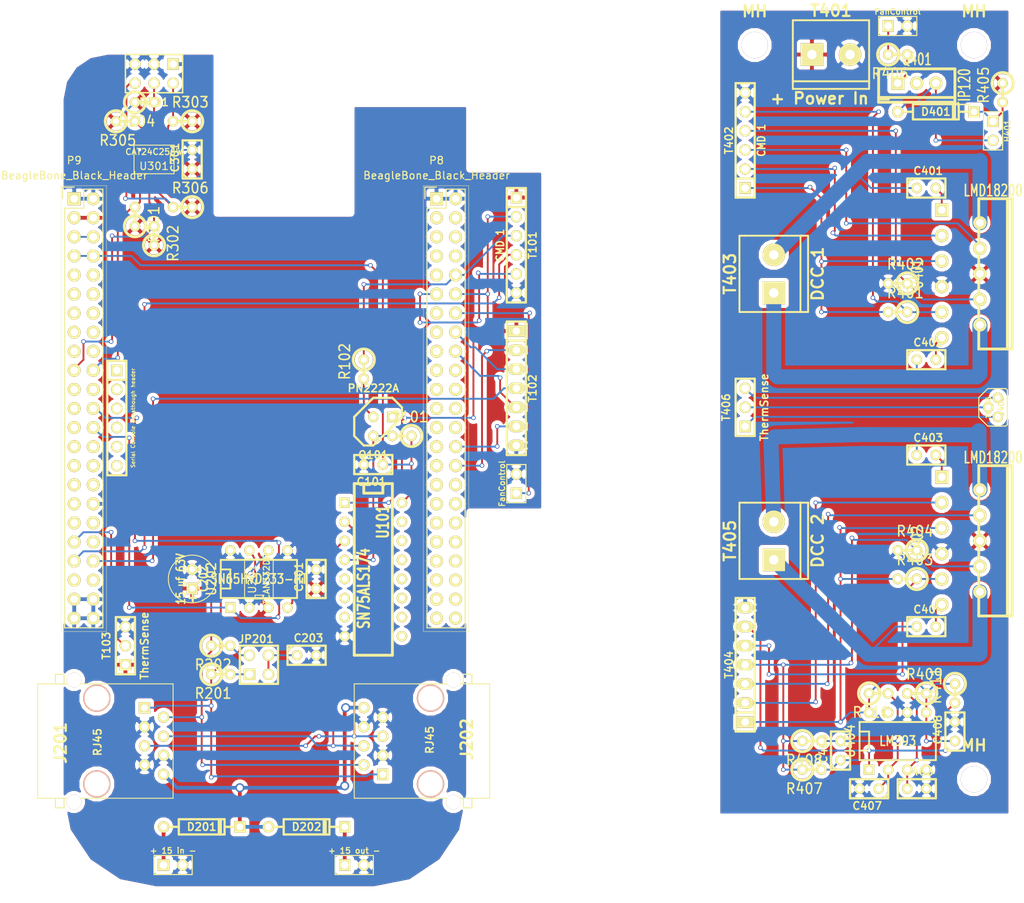
<source format=kicad_pcb>
(kicad_pcb (version 3) (host pcbnew "(2013-june-11)-stable")
  (title_block (company "Deepwoods Software"))
  (layers (15 F.Cu signal) (0 B.Cu signal) (18 B.Paste user) (19 F.Paste user) (20 B.SilkS user) (21 F.SilkS user) (22 B.Mask user) (23 F.Mask user) (28 Edge.Cuts user))
  (net 0 "")
  (net 1 +12V)
  (net 2 +3V3)
  (net 3 +5V)
  (net 4 "/Ack Detect")
  (net 5 "/CAN Transciver/Alt_H")
  (net 6 "/CAN Transciver/Alt_L")
  (net 7 "/CAN Transciver/CANH")
  (net 8 "/CAN Transciver/CANL")
  (net 9 "/CAN Transciver/CAN_RX")
  (net 10 "/CAN Transciver/CAN_TX")
  (net 11 "/Cape EEProm/SCL")
  (net 12 "/Cape EEProm/SDA")
  (net 13 "/CurSense 1")
  (net 14 "/CurSense 2")
  (net 15 "/DCC 1")
  (net 16 "/Dual Booster/Ack Detect")
  (net 17 "/Dual Booster/Current Sense 1")
  (net 18 "/Dual Booster/Current Sense 2")
  (net 19 "/Dual Booster/DCC Signal 1")
  (net 20 "/Dual Booster/DCC Signal 2")
  (net 21 "/Dual Booster/Enable 1")
  (net 22 "/Dual Booster/Enable 2")
  (net 23 "/Dual Booster/Thermal Flag 1")
  (net 24 "/Dual Booster/Thermal Flag 2")
  (net 25 "/Dual Booster/Vcc 1")
  (net 26 "/Dual Booster/Vcc 2")
  (net 27 "/EN 1")
  (net 28 "/EN 2")
  (net 29 /Fan)
  (net 30 "/ThermFlag 1")
  (net 31 "/ThermFlag 2")
  (net 32 AGND)
  (net 33 GND)
  (net 34 N-00000100)
  (net 35 N-00000101)
  (net 36 N-00000102)
  (net 37 N-00000104)
  (net 38 N-00000108)
  (net 39 N-00000109)
  (net 40 N-00000110)
  (net 41 N-00000112)
  (net 42 N-00000113)
  (net 43 N-00000116)
  (net 44 N-00000117)
  (net 45 N-00000125)
  (net 46 N-00000126)
  (net 47 N-00000127)
  (net 48 N-00000128)
  (net 49 N-00000129)
  (net 50 N-00000130)
  (net 51 N-00000131)
  (net 52 N-00000134)
  (net 53 N-0000014)
  (net 54 N-0000015)
  (net 55 N-0000017)
  (net 56 N-000004)
  (net 57 N-0000088)
  (net 58 N-0000090)
  (net 59 N-0000095)
  (net 60 N-0000096)
  (net 61 N-0000097)
  (net 62 N-0000098)
  (net 63 N-0000099)
  (net 64 SYS_5V)
  (net 65 VCOM)
  (module Socket_BeagleBone_Black:Socket_BeagleBone_Black (layer F.Cu) (at 164.6301 62.3824)
    (fp_text reference P8 (at 0 -5.1) (layer F.SilkS))
    (fp_text value BeagleBone_Black_Header (at 0 -3.1) (layer F.SilkS))
    (pad 1 thru_hole rect (at 0 0) (size 1.7272 1.7272) (drill 1.016) (layers *.Cu *.Mask F.SilkS) (net 33 GND))
    (pad 2 thru_hole oval (at 2.54 0) (size 1.7272 1.7272) (drill 1.016) (layers *.Cu *.Mask F.SilkS) (net 33 GND))
    (pad 3 thru_hole oval (at 0 2.54) (size 1.7272 1.7272) (drill 1.016) (layers *.Cu *.Mask F.SilkS))
    (pad 4 thru_hole oval (at 2.54 2.54) (size 1.7272 1.7272) (drill 1.016) (layers *.Cu *.Mask F.SilkS))
    (pad 5 thru_hole oval (at 0 5.08) (size 1.7272 1.7272) (drill 1.016) (layers *.Cu *.Mask F.SilkS))
    (pad 6 thru_hole oval (at 2.54 5.08) (size 1.7272 1.7272) (drill 1.016) (layers *.Cu *.Mask F.SilkS))
    (pad 7 thru_hole oval (at 0 7.62) (size 1.7272 1.7272) (drill 1.016) (layers *.Cu *.Mask F.SilkS))
    (pad 8 thru_hole oval (at 2.54 7.62) (size 1.7272 1.7272) (drill 1.016) (layers *.Cu *.Mask F.SilkS))
    (pad 9 thru_hole oval (at 0 10.16) (size 1.7272 1.7272) (drill 1.016) (layers *.Cu *.Mask F.SilkS))
    (pad 10 thru_hole oval (at 2.54 10.16) (size 1.7272 1.7272) (drill 1.016) (layers *.Cu *.Mask F.SilkS) (net 27 "/EN 1"))
    (pad 11 thru_hole oval (at 0 12.7) (size 1.7272 1.7272) (drill 1.016) (layers *.Cu *.Mask F.SilkS) (net 30 "/ThermFlag 1"))
    (pad 12 thru_hole oval (at 2.54 12.7) (size 1.7272 1.7272) (drill 1.016) (layers *.Cu *.Mask F.SilkS) (net 15 "/DCC 1"))
    (pad 13 thru_hole oval (at 0 15.24) (size 1.7272 1.7272) (drill 1.016) (layers *.Cu *.Mask F.SilkS))
    (pad 14 thru_hole oval (at 2.54 15.24) (size 1.7272 1.7272) (drill 1.016) (layers *.Cu *.Mask F.SilkS) (net 29 /Fan))
    (pad 15 thru_hole oval (at 0 17.78) (size 1.7272 1.7272) (drill 1.016) (layers *.Cu *.Mask F.SilkS))
    (pad 16 thru_hole oval (at 2.54 17.78) (size 1.7272 1.7272) (drill 1.016) (layers *.Cu *.Mask F.SilkS) (net 28 "/EN 2"))
    (pad 17 thru_hole oval (at 0 20.32) (size 1.7272 1.7272) (drill 1.016) (layers *.Cu *.Mask F.SilkS))
    (pad 18 thru_hole oval (at 2.54 20.32) (size 1.7272 1.7272) (drill 1.016) (layers *.Cu *.Mask F.SilkS) (net 31 "/ThermFlag 2"))
    (pad 19 thru_hole oval (at 0 22.86) (size 1.7272 1.7272) (drill 1.016) (layers *.Cu *.Mask F.SilkS))
    (pad 20 thru_hole oval (at 2.54 22.86) (size 1.7272 1.7272) (drill 1.016) (layers *.Cu *.Mask F.SilkS))
    (pad 21 thru_hole oval (at 0 25.4) (size 1.7272 1.7272) (drill 1.016) (layers *.Cu *.Mask F.SilkS))
    (pad 22 thru_hole oval (at 2.54 25.4) (size 1.7272 1.7272) (drill 1.016) (layers *.Cu *.Mask F.SilkS))
    (pad 23 thru_hole oval (at 0 27.94) (size 1.7272 1.7272) (drill 1.016) (layers *.Cu *.Mask F.SilkS))
    (pad 24 thru_hole oval (at 2.54 27.94) (size 1.7272 1.7272) (drill 1.016) (layers *.Cu *.Mask F.SilkS))
    (pad 25 thru_hole oval (at 0 30.48) (size 1.7272 1.7272) (drill 1.016) (layers *.Cu *.Mask F.SilkS))
    (pad 26 thru_hole oval (at 2.54 30.48) (size 1.7272 1.7272) (drill 1.016) (layers *.Cu *.Mask F.SilkS))
    (pad 27 thru_hole oval (at 0 33.02) (size 1.7272 1.7272) (drill 1.016) (layers *.Cu *.Mask F.SilkS))
    (pad 28 thru_hole oval (at 2.54 33.02) (size 1.7272 1.7272) (drill 1.016) (layers *.Cu *.Mask F.SilkS) (net 4 "/Ack Detect"))
    (pad 29 thru_hole oval (at 0 35.56) (size 1.7272 1.7272) (drill 1.016) (layers *.Cu *.Mask F.SilkS))
    (pad 30 thru_hole oval (at 2.54 35.56) (size 1.7272 1.7272) (drill 1.016) (layers *.Cu *.Mask F.SilkS) (net 54 N-0000015))
    (pad 31 thru_hole oval (at 0 38.1) (size 1.7272 1.7272) (drill 1.016) (layers *.Cu *.Mask F.SilkS))
    (pad 32 thru_hole oval (at 2.54 38.1) (size 1.7272 1.7272) (drill 1.016) (layers *.Cu *.Mask F.SilkS))
    (pad 33 thru_hole oval (at 0 40.64) (size 1.7272 1.7272) (drill 1.016) (layers *.Cu *.Mask F.SilkS))
    (pad 34 thru_hole oval (at 2.54 40.64) (size 1.7272 1.7272) (drill 1.016) (layers *.Cu *.Mask F.SilkS))
    (pad 35 thru_hole oval (at 0 43.18) (size 1.7272 1.7272) (drill 1.016) (layers *.Cu *.Mask F.SilkS))
    (pad 36 thru_hole oval (at 2.54 43.18) (size 1.7272 1.7272) (drill 1.016) (layers *.Cu *.Mask F.SilkS))
    (pad 37 thru_hole oval (at 0 45.72) (size 1.7272 1.7272) (drill 1.016) (layers *.Cu *.Mask F.SilkS))
    (pad 38 thru_hole oval (at 2.54 45.72) (size 1.7272 1.7272) (drill 1.016) (layers *.Cu *.Mask F.SilkS))
    (pad 39 thru_hole oval (at 0 48.26) (size 1.7272 1.7272) (drill 1.016) (layers *.Cu *.Mask F.SilkS))
    (pad 40 thru_hole oval (at 2.54 48.26) (size 1.7272 1.7272) (drill 1.016) (layers *.Cu *.Mask F.SilkS))
    (pad 41 thru_hole oval (at 0 50.8) (size 1.7272 1.7272) (drill 1.016) (layers *.Cu *.Mask F.SilkS))
    (pad 42 thru_hole oval (at 2.54 50.8) (size 1.7272 1.7272) (drill 1.016) (layers *.Cu *.Mask F.SilkS))
    (pad 43 thru_hole oval (at 0 53.34) (size 1.7272 1.7272) (drill 1.016) (layers *.Cu *.Mask F.SilkS))
    (pad 44 thru_hole oval (at 2.54 53.34) (size 1.7272 1.7272) (drill 1.016) (layers *.Cu *.Mask F.SilkS))
    (pad 45 thru_hole oval (at 0 55.88) (size 1.7272 1.7272) (drill 1.016) (layers *.Cu *.Mask F.SilkS))
    (pad 46 thru_hole oval (at 2.54 55.88) (size 1.7272 1.7272) (drill 1.016) (layers *.Cu *.Mask F.SilkS))
  )
  (module Socket_BeagleBone_Black:Socket_BeagleBone_Black (layer F.Cu) (at 116.3701 62.3824)
    (fp_text reference P9 (at 0 -5.1) (layer F.SilkS))
    (fp_text value BeagleBone_Black_Header (at 0 -3.1) (layer F.SilkS))
    (pad 1 thru_hole rect (at 0 0) (size 1.7272 1.7272) (drill 1.016) (layers *.Cu *.Mask F.SilkS) (net 33 GND))
    (pad 2 thru_hole oval (at 2.54 0) (size 1.7272 1.7272) (drill 1.016) (layers *.Cu *.Mask F.SilkS) (net 33 GND))
    (pad 3 thru_hole oval (at 0 2.54) (size 1.7272 1.7272) (drill 1.016) (layers *.Cu *.Mask F.SilkS) (net 2 +3V3))
    (pad 4 thru_hole oval (at 2.54 2.54) (size 1.7272 1.7272) (drill 1.016) (layers *.Cu *.Mask F.SilkS) (net 2 +3V3))
    (pad 5 thru_hole oval (at 0 5.08) (size 1.7272 1.7272) (drill 1.016) (layers *.Cu *.Mask F.SilkS) (net 3 +5V))
    (pad 6 thru_hole oval (at 2.54 5.08) (size 1.7272 1.7272) (drill 1.016) (layers *.Cu *.Mask F.SilkS) (net 3 +5V))
    (pad 7 thru_hole oval (at 0 7.62) (size 1.7272 1.7272) (drill 1.016) (layers *.Cu *.Mask F.SilkS) (net 64 SYS_5V))
    (pad 8 thru_hole oval (at 2.54 7.62) (size 1.7272 1.7272) (drill 1.016) (layers *.Cu *.Mask F.SilkS) (net 64 SYS_5V))
    (pad 9 thru_hole oval (at 0 10.16) (size 1.7272 1.7272) (drill 1.016) (layers *.Cu *.Mask F.SilkS))
    (pad 10 thru_hole oval (at 2.54 10.16) (size 1.7272 1.7272) (drill 1.016) (layers *.Cu *.Mask F.SilkS))
    (pad 11 thru_hole oval (at 0 12.7) (size 1.7272 1.7272) (drill 1.016) (layers *.Cu *.Mask F.SilkS))
    (pad 12 thru_hole oval (at 2.54 12.7) (size 1.7272 1.7272) (drill 1.016) (layers *.Cu *.Mask F.SilkS))
    (pad 13 thru_hole oval (at 0 15.24) (size 1.7272 1.7272) (drill 1.016) (layers *.Cu *.Mask F.SilkS))
    (pad 14 thru_hole oval (at 2.54 15.24) (size 1.7272 1.7272) (drill 1.016) (layers *.Cu *.Mask F.SilkS))
    (pad 15 thru_hole oval (at 0 17.78) (size 1.7272 1.7272) (drill 1.016) (layers *.Cu *.Mask F.SilkS))
    (pad 16 thru_hole oval (at 2.54 17.78) (size 1.7272 1.7272) (drill 1.016) (layers *.Cu *.Mask F.SilkS))
    (pad 17 thru_hole oval (at 0 20.32) (size 1.7272 1.7272) (drill 1.016) (layers *.Cu *.Mask F.SilkS))
    (pad 18 thru_hole oval (at 2.54 20.32) (size 1.7272 1.7272) (drill 1.016) (layers *.Cu *.Mask F.SilkS))
    (pad 19 thru_hole oval (at 0 22.86) (size 1.7272 1.7272) (drill 1.016) (layers *.Cu *.Mask F.SilkS) (net 11 "/Cape EEProm/SCL"))
    (pad 20 thru_hole oval (at 2.54 22.86) (size 1.7272 1.7272) (drill 1.016) (layers *.Cu *.Mask F.SilkS) (net 12 "/Cape EEProm/SDA"))
    (pad 21 thru_hole oval (at 0 25.4) (size 1.7272 1.7272) (drill 1.016) (layers *.Cu *.Mask F.SilkS))
    (pad 22 thru_hole oval (at 2.54 25.4) (size 1.7272 1.7272) (drill 1.016) (layers *.Cu *.Mask F.SilkS))
    (pad 23 thru_hole oval (at 0 27.94) (size 1.7272 1.7272) (drill 1.016) (layers *.Cu *.Mask F.SilkS))
    (pad 24 thru_hole oval (at 2.54 27.94) (size 1.7272 1.7272) (drill 1.016) (layers *.Cu *.Mask F.SilkS) (net 9 "/CAN Transciver/CAN_RX"))
    (pad 25 thru_hole oval (at 0 30.48) (size 1.7272 1.7272) (drill 1.016) (layers *.Cu *.Mask F.SilkS))
    (pad 26 thru_hole oval (at 2.54 30.48) (size 1.7272 1.7272) (drill 1.016) (layers *.Cu *.Mask F.SilkS) (net 10 "/CAN Transciver/CAN_TX"))
    (pad 27 thru_hole oval (at 0 33.02) (size 1.7272 1.7272) (drill 1.016) (layers *.Cu *.Mask F.SilkS))
    (pad 28 thru_hole oval (at 2.54 33.02) (size 1.7272 1.7272) (drill 1.016) (layers *.Cu *.Mask F.SilkS))
    (pad 29 thru_hole oval (at 0 35.56) (size 1.7272 1.7272) (drill 1.016) (layers *.Cu *.Mask F.SilkS))
    (pad 30 thru_hole oval (at 2.54 35.56) (size 1.7272 1.7272) (drill 1.016) (layers *.Cu *.Mask F.SilkS))
    (pad 31 thru_hole oval (at 0 38.1) (size 1.7272 1.7272) (drill 1.016) (layers *.Cu *.Mask F.SilkS))
    (pad 32 thru_hole oval (at 2.54 38.1) (size 1.7272 1.7272) (drill 1.016) (layers *.Cu *.Mask F.SilkS))
    (pad 33 thru_hole oval (at 0 40.64) (size 1.7272 1.7272) (drill 1.016) (layers *.Cu *.Mask F.SilkS))
    (pad 34 thru_hole oval (at 2.54 40.64) (size 1.7272 1.7272) (drill 1.016) (layers *.Cu *.Mask F.SilkS) (net 33 GND))
    (pad 35 thru_hole oval (at 0 43.18) (size 1.7272 1.7272) (drill 1.016) (layers *.Cu *.Mask F.SilkS))
    (pad 36 thru_hole oval (at 2.54 43.18) (size 1.7272 1.7272) (drill 1.016) (layers *.Cu *.Mask F.SilkS))
    (pad 37 thru_hole oval (at 0 45.72) (size 1.7272 1.7272) (drill 1.016) (layers *.Cu *.Mask F.SilkS) (net 53 N-0000014))
    (pad 38 thru_hole oval (at 2.54 45.72) (size 1.7272 1.7272) (drill 1.016) (layers *.Cu *.Mask F.SilkS))
    (pad 39 thru_hole oval (at 0 48.26) (size 1.7272 1.7272) (drill 1.016) (layers *.Cu *.Mask F.SilkS) (net 13 "/CurSense 1"))
    (pad 40 thru_hole oval (at 2.54 48.26) (size 1.7272 1.7272) (drill 1.016) (layers *.Cu *.Mask F.SilkS) (net 14 "/CurSense 2"))
    (pad 41 thru_hole oval (at 0 50.8) (size 1.7272 1.7272) (drill 1.016) (layers *.Cu *.Mask F.SilkS))
    (pad 42 thru_hole oval (at 2.54 50.8) (size 1.7272 1.7272) (drill 1.016) (layers *.Cu *.Mask F.SilkS))
    (pad 43 thru_hole oval (at 0 53.34) (size 1.7272 1.7272) (drill 1.016) (layers *.Cu *.Mask F.SilkS) (net 33 GND))
    (pad 44 thru_hole oval (at 2.54 53.34) (size 1.7272 1.7272) (drill 1.016) (layers *.Cu *.Mask F.SilkS) (net 33 GND))
    (pad 45 thru_hole oval (at 0 55.88) (size 1.7272 1.7272) (drill 1.016) (layers *.Cu *.Mask F.SilkS) (net 33 GND))
    (pad 46 thru_hole oval (at 2.54 55.88) (size 1.7272 1.7272) (drill 1.016) (layers *.Cu *.Mask F.SilkS) (net 33 GND))
  )
  (module PIN_ARRAY-6X1 (layer F.Cu) (at 122.047 91.5924 270)
    (fp_text reference PIN_ARRAY-6X1 hide)
    (fp_text value "Serial Console passthough header" (at 0 -2.159 270) (layer F.SilkS) (effects (font (size 0.508 0.508) (thickness 0.1016))))
    (pad 1 thru_hole rect (at -6.35 0 270) (size 1.524 1.524) (drill 1.016) (layers *.Cu *.Mask F.SilkS))
    (pad 2 thru_hole circle (at -3.81 0 270) (size 1.524 1.524) (drill 1.016) (layers *.Cu *.Mask F.SilkS))
    (pad 3 thru_hole circle (at -1.27 0 270) (size 1.524 1.524) (drill 1.016) (layers *.Cu *.Mask F.SilkS))
    (pad 4 thru_hole circle (at 1.27 0 270) (size 1.524 1.524) (drill 1.016) (layers *.Cu *.Mask F.SilkS))
    (pad 5 thru_hole circle (at 3.81 0 270) (size 1.524 1.524) (drill 1.016) (layers *.Cu *.Mask F.SilkS))
    (pad 6 thru_hole circle (at 6.35 0 270) (size 1.524 1.524) (drill 1.016) (layers *.Cu *.Mask F.SilkS))
  )
  (module TO220_11PIN_VERT (layer F.Cu) (at 238.76 107.95)
    (fp_text reference U402 (at -10.1 0 90) (layer F.SilkS) (effects (font (size 1.524 1.016) (thickness 0.2032))))
    (fp_text value LMD18200 (at 0 -11.1) (layer F.SilkS) (effects (font (size 1.524 1.016) (thickness 0.2032))))
    (pad 10 thru_hole circle (at -1.75 6.8) (size 1.778 1.778) (drill 1.016) (layers *.Cu *.Mask F.SilkS) (net 45 N-00000125))
    (pad 8 thru_hole circle (at -1.75 3.4) (size 1.778 1.778) (drill 1.016) (layers *.Cu *.Mask F.SilkS) (net 18 "/Dual Booster/Current Sense 2"))
    (pad 11 thru_hole circle (at -6.83 8.5) (size 1.778 1.778) (drill 1.016) (layers *.Cu *.Mask F.SilkS) (net 51 N-00000131))
    (pad 9 thru_hole circle (at -6.83 5.1) (size 1.778 1.778) (drill 1.016) (layers *.Cu *.Mask F.SilkS) (net 24 "/Dual Booster/Thermal Flag 2"))
    (pad 7 thru_hole circle (at -6.83 1.7) (size 1.778 1.778) (drill 1.016) (layers *.Cu *.Mask F.SilkS) (net 32 AGND))
    (pad 2 thru_hole circle (at -1.75 -6.8) (size 1.778 1.778) (drill 1.016) (layers *.Cu *.Mask F.SilkS) (net 52 N-00000134))
    (pad 3 thru_hole circle (at -6.83 -5.1) (size 1.778 1.778) (drill 1.016) (layers *.Cu *.Mask F.SilkS) (net 20 "/Dual Booster/DCC Signal 2"))
    (pad 4 thru_hole circle (at -1.75 -3.4) (size 1.778 1.778) (drill 1.016) (layers *.Cu *.Mask F.SilkS) (net 22 "/Dual Booster/Enable 2"))
    (pad 5 thru_hole circle (at -6.83 -1.7) (size 1.778 1.778) (drill 1.016) (layers *.Cu *.Mask F.SilkS) (net 26 "/Dual Booster/Vcc 2"))
    (pad 6 thru_hole circle (at -1.75 0) (size 1.778 1.778) (drill 1.016) (layers *.Cu *.Mask F.SilkS) (net 65 VCOM))
    (pad 1 thru_hole rect (at -6.83 -8.5) (size 1.778 1.778) (drill 1.016) (layers *.Cu *.Mask F.SilkS) (net 46 N-00000126))
  )
  (module TO220_11PIN_VERT (layer F.Cu) (at 238.76 72.39)
    (fp_text reference U401 (at -10.1 0 90) (layer F.SilkS) (effects (font (size 1.524 1.016) (thickness 0.2032))))
    (fp_text value LMD18200 (at 0 -11.1) (layer F.SilkS) (effects (font (size 1.524 1.016) (thickness 0.2032))))
    (pad 10 thru_hole circle (at -1.75 6.8) (size 1.778 1.778) (drill 1.016) (layers *.Cu *.Mask F.SilkS) (net 48 N-00000128))
    (pad 8 thru_hole circle (at -1.75 3.4) (size 1.778 1.778) (drill 1.016) (layers *.Cu *.Mask F.SilkS) (net 17 "/Dual Booster/Current Sense 1"))
    (pad 11 thru_hole circle (at -6.83 8.5) (size 1.778 1.778) (drill 1.016) (layers *.Cu *.Mask F.SilkS) (net 47 N-00000127))
    (pad 9 thru_hole circle (at -6.83 5.1) (size 1.778 1.778) (drill 1.016) (layers *.Cu *.Mask F.SilkS) (net 23 "/Dual Booster/Thermal Flag 1"))
    (pad 7 thru_hole circle (at -6.83 1.7) (size 1.778 1.778) (drill 1.016) (layers *.Cu *.Mask F.SilkS) (net 32 AGND))
    (pad 2 thru_hole circle (at -1.75 -6.8) (size 1.778 1.778) (drill 1.016) (layers *.Cu *.Mask F.SilkS) (net 50 N-00000130))
    (pad 3 thru_hole circle (at -6.83 -5.1) (size 1.778 1.778) (drill 1.016) (layers *.Cu *.Mask F.SilkS) (net 19 "/Dual Booster/DCC Signal 1"))
    (pad 4 thru_hole circle (at -1.75 -3.4) (size 1.778 1.778) (drill 1.016) (layers *.Cu *.Mask F.SilkS) (net 21 "/Dual Booster/Enable 1"))
    (pad 5 thru_hole circle (at -6.83 -1.7) (size 1.778 1.778) (drill 1.016) (layers *.Cu *.Mask F.SilkS) (net 25 "/Dual Booster/Vcc 1"))
    (pad 6 thru_hole circle (at -1.75 0) (size 1.778 1.778) (drill 1.016) (layers *.Cu *.Mask F.SilkS) (net 65 VCOM))
    (pad 1 thru_hole rect (at -6.83 -8.5) (size 1.778 1.778) (drill 1.016) (layers *.Cu *.Mask F.SilkS) (net 49 N-00000129))
  )
  (module SOIC-8_N (layer F.Cu) (at 140.97 113.03 90)
    (fp_text reference U201 (at 0 -0.889 90) (layer F.SilkS))
    (fp_text value TCAN332DR (at 0 1.016 90) (layer F.SilkS) (effects (font (size 0.8 0.8))))
    (pad 8 smd rect (at -1.875 -2.7 90) (size 0.6 1.6) (layers F.Cu F.Paste F.Mask))
    (pad 1 smd rect (at -1.875 2.7 90) (size 0.6 1.6) (layers F.Cu F.Paste F.Mask) (net 10 "/CAN Transciver/CAN_TX"))
    (pad 7 smd rect (at -0.625 -2.7 90) (size 0.6 1.6) (layers F.Cu F.Paste F.Mask) (net 7 "/CAN Transciver/CANH"))
    (pad 6 smd rect (at 0.625 -2.7 90) (size 0.6 1.6) (layers F.Cu F.Paste F.Mask) (net 8 "/CAN Transciver/CANL"))
    (pad 5 smd rect (at 1.875 -2.7 90) (size 0.6 1.6) (layers F.Cu F.Paste F.Mask))
    (pad 2 smd rect (at -0.625 2.7 90) (size 0.6 1.6) (layers F.Cu F.Paste F.Mask) (net 33 GND))
    (pad 3 smd rect (at 0.625 2.7 90) (size 0.6 1.6) (layers F.Cu F.Paste F.Mask) (net 2 +3V3))
    (pad 4 smd rect (at 1.875 2.7 90) (size 0.6 1.6) (layers F.Cu F.Paste F.Mask) (net 9 "/CAN Transciver/CAN_RX"))
  )
  (module SOIC-8_N (layer F.Cu) (at 127 57.15 180)
    (fp_text reference U301 (at 0 -0.889 180) (layer F.SilkS))
    (fp_text value CAT24C256W (at 0 1.016 180) (layer F.SilkS) (effects (font (size 0.8 0.8))))
    (pad 8 smd rect (at -1.875 -2.7 180) (size 0.6 1.6) (layers F.Cu F.Paste F.Mask) (net 2 +3V3))
    (pad 1 smd rect (at -1.875 2.7 180) (size 0.6 1.6) (layers F.Cu F.Paste F.Mask) (net 63 N-0000099))
    (pad 7 smd rect (at -0.625 -2.7 180) (size 0.6 1.6) (layers F.Cu F.Paste F.Mask) (net 62 N-0000098))
    (pad 6 smd rect (at 0.625 -2.7 180) (size 0.6 1.6) (layers F.Cu F.Paste F.Mask) (net 11 "/Cape EEProm/SCL"))
    (pad 5 smd rect (at 1.875 -2.7 180) (size 0.6 1.6) (layers F.Cu F.Paste F.Mask) (net 12 "/Cape EEProm/SDA"))
    (pad 2 smd rect (at -0.625 2.7 180) (size 0.6 1.6) (layers F.Cu F.Paste F.Mask) (net 34 N-00000100))
    (pad 3 smd rect (at 0.625 2.7 180) (size 0.6 1.6) (layers F.Cu F.Paste F.Mask) (net 35 N-00000101))
    (pad 4 smd rect (at 1.875 2.7 180) (size 0.6 1.6) (layers F.Cu F.Paste F.Mask) (net 33 GND))
  )
  (module ScrewTerm254-6 (layer F.Cu) (at 175.26 68.58 270)
    (fp_text reference T101 (at 0 -2.159 270) (layer F.SilkS) (effects (font (size 1.016 1.016) (thickness 0.2032))))
    (fp_text value "CMD 1" (at 0 2.159 270) (layer F.SilkS) (effects (font (size 1.016 0.889) (thickness 0.2032))))
    (pad 1 thru_hole rect (at -6.35 0 270) (size 1.524 1.524) (drill 1.016) (layers *.Cu *.Mask F.SilkS) (net 2 +3V3))
    (pad 2 thru_hole circle (at -3.81 0 270) (size 1.524 1.524) (drill 1.016) (layers *.Cu *.Mask F.SilkS) (net 15 "/DCC 1"))
    (pad 3 thru_hole circle (at -1.27 0 270) (size 1.524 1.524) (drill 1.016) (layers *.Cu *.Mask F.SilkS) (net 27 "/EN 1"))
    (pad 4 thru_hole circle (at 1.27 0 270) (size 1.524 1.524) (drill 1.016) (layers *.Cu *.Mask F.SilkS) (net 13 "/CurSense 1"))
    (pad 5 thru_hole circle (at 3.81 0 270) (size 1.524 1.524) (drill 1.016) (layers *.Cu *.Mask F.SilkS) (net 30 "/ThermFlag 1"))
    (pad 6 thru_hole circle (at 6.35 0 270) (size 1.524 1.524) (drill 1.016) (layers *.Cu *.Mask F.SilkS) (net 33 GND))
  )
  (module ScrewTerm254-6 (layer F.Cu) (at 205.74 54.61 90)
    (fp_text reference T402 (at 0 -2.159 90) (layer F.SilkS) (effects (font (size 1.016 1.016) (thickness 0.2032))))
    (fp_text value "CMD 1" (at 0 2.159 90) (layer F.SilkS) (effects (font (size 1.016 0.889) (thickness 0.2032))))
    (pad 1 thru_hole rect (at -6.35 0 90) (size 1.524 1.524) (drill 1.016) (layers *.Cu *.Mask F.SilkS) (net 25 "/Dual Booster/Vcc 1"))
    (pad 2 thru_hole circle (at -3.81 0 90) (size 1.524 1.524) (drill 1.016) (layers *.Cu *.Mask F.SilkS) (net 19 "/Dual Booster/DCC Signal 1"))
    (pad 3 thru_hole circle (at -1.27 0 90) (size 1.524 1.524) (drill 1.016) (layers *.Cu *.Mask F.SilkS) (net 21 "/Dual Booster/Enable 1"))
    (pad 4 thru_hole circle (at 1.27 0 90) (size 1.524 1.524) (drill 1.016) (layers *.Cu *.Mask F.SilkS) (net 17 "/Dual Booster/Current Sense 1"))
    (pad 5 thru_hole circle (at 3.81 0 90) (size 1.524 1.524) (drill 1.016) (layers *.Cu *.Mask F.SilkS) (net 23 "/Dual Booster/Thermal Flag 1"))
    (pad 6 thru_hole circle (at 6.35 0 90) (size 1.524 1.524) (drill 1.016) (layers *.Cu *.Mask F.SilkS) (net 32 AGND))
  )
  (module ScrewTerm2.54-2 (layer F.Cu) (at 129.54 151.13)
    (fp_text reference T201 hide)
    (fp_text value "+ 15 in -" (at 0 -1.905) (layer F.SilkS) (effects (font (size 0.762 0.762) (thickness 0.1524))))
    (pad 1 thru_hole rect (at -1.27 0 90) (size 1.524 1.524) (drill 1.016) (layers *.Cu *.Mask F.SilkS) (net 57 N-0000088))
    (pad 2 thru_hole circle (at 1.27 0 90) (size 1.524 1.524) (drill 1.016) (layers *.Cu *.Mask F.SilkS) (net 33 GND))
  )
  (module ScrewTerm2.54-2 (layer F.Cu) (at 153.67 151.13)
    (fp_text reference T202 hide)
    (fp_text value "+ 15 out -" (at 0 -1.905) (layer F.SilkS) (effects (font (size 0.762 0.762) (thickness 0.1524))))
    (pad 1 thru_hole rect (at -1.27 0 90) (size 1.524 1.524) (drill 1.016) (layers *.Cu *.Mask F.SilkS) (net 58 N-0000090))
    (pad 2 thru_hole circle (at 1.27 0 90) (size 1.524 1.524) (drill 1.016) (layers *.Cu *.Mask F.SilkS) (net 33 GND))
  )
  (module RJ45_8N-S (layer F.Cu) (at 163.83 134.62 90)
    (fp_text reference J202 (at 0.254 4.826 90) (layer F.SilkS) (effects (font (size 1.524 1.524) (thickness 0.3048))))
    (fp_text value RJ45 (at 0.14224 -0.1016 90) (layer F.SilkS) (effects (font (size 1.00076 1.00076) (thickness 0.2032))))
    (pad "" np_thru_hole circle (at 5.715 0 90) (size 3.64998 3.64998) (drill 3.2512) (layers *.Cu *.SilkS *.Mask))
    (pad "" np_thru_hole circle (at -5.715 0 90) (size 3.64998 3.64998) (drill 3.2512) (layers *.Cu *.SilkS *.Mask))
    (pad 1 thru_hole rect (at -4.445 -6.35 90) (size 1.50114 1.50114) (drill 0.89916) (layers *.Cu *.Mask F.SilkS) (net 7 "/CAN Transciver/CANH"))
    (pad 2 thru_hole circle (at -3.175 -8.89 90) (size 1.50114 1.50114) (drill 0.89916) (layers *.Cu *.Mask F.SilkS) (net 8 "/CAN Transciver/CANL"))
    (pad 3 thru_hole circle (at -1.905 -6.35 90) (size 1.50114 1.50114) (drill 0.89916) (layers *.Cu *.Mask F.SilkS) (net 33 GND))
    (pad 4 thru_hole circle (at -0.635 -8.89 90) (size 1.50114 1.50114) (drill 0.89916) (layers *.Cu *.Mask F.SilkS) (net 6 "/CAN Transciver/Alt_L"))
    (pad 5 thru_hole circle (at 0.635 -6.35 90) (size 1.50114 1.50114) (drill 0.89916) (layers *.Cu *.Mask F.SilkS) (net 5 "/CAN Transciver/Alt_H"))
    (pad 6 thru_hole circle (at 1.905 -8.89 90) (size 1.50114 1.50114) (drill 0.89916) (layers *.Cu *.Mask F.SilkS) (net 33 GND))
    (pad 7 thru_hole circle (at 3.175 -6.35 90) (size 1.50114 1.50114) (drill 0.89916) (layers *.Cu *.Mask F.SilkS) (net 33 GND))
    (pad 8 thru_hole circle (at 4.445 -8.89 90) (size 1.50114 1.50114) (drill 0.89916) (layers *.Cu *.Mask F.SilkS) (net 1 +12V))
    (pad "" thru_hole circle (at -8.128 3.048 90) (size 1.9304 1.9304) (drill 1.9304) (layers *.Cu *.Mask F.SilkS))
    (pad "" thru_hole circle (at 8.128 3.048 90) (size 1.9304 1.9304) (drill 1.9304) (layers *.Cu *.Mask F.SilkS))
  )
  (module RJ45_8N-S (layer F.Cu) (at 119.38 134.62 270)
    (fp_text reference J201 (at 0.254 4.826 270) (layer F.SilkS) (effects (font (size 1.524 1.524) (thickness 0.3048))))
    (fp_text value RJ45 (at 0.14224 -0.1016 270) (layer F.SilkS) (effects (font (size 1.00076 1.00076) (thickness 0.2032))))
    (pad "" np_thru_hole circle (at 5.715 0 270) (size 3.64998 3.64998) (drill 3.2512) (layers *.Cu *.SilkS *.Mask))
    (pad "" np_thru_hole circle (at -5.715 0 270) (size 3.64998 3.64998) (drill 3.2512) (layers *.Cu *.SilkS *.Mask))
    (pad 1 thru_hole rect (at -4.445 -6.35 270) (size 1.50114 1.50114) (drill 0.89916) (layers *.Cu *.Mask F.SilkS) (net 7 "/CAN Transciver/CANH"))
    (pad 2 thru_hole circle (at -3.175 -8.89 270) (size 1.50114 1.50114) (drill 0.89916) (layers *.Cu *.Mask F.SilkS) (net 8 "/CAN Transciver/CANL"))
    (pad 3 thru_hole circle (at -1.905 -6.35 270) (size 1.50114 1.50114) (drill 0.89916) (layers *.Cu *.Mask F.SilkS) (net 33 GND))
    (pad 4 thru_hole circle (at -0.635 -8.89 270) (size 1.50114 1.50114) (drill 0.89916) (layers *.Cu *.Mask F.SilkS) (net 6 "/CAN Transciver/Alt_L"))
    (pad 5 thru_hole circle (at 0.635 -6.35 270) (size 1.50114 1.50114) (drill 0.89916) (layers *.Cu *.Mask F.SilkS) (net 5 "/CAN Transciver/Alt_H"))
    (pad 6 thru_hole circle (at 1.905 -8.89 270) (size 1.50114 1.50114) (drill 0.89916) (layers *.Cu *.Mask F.SilkS) (net 33 GND))
    (pad 7 thru_hole circle (at 3.175 -6.35 270) (size 1.50114 1.50114) (drill 0.89916) (layers *.Cu *.Mask F.SilkS) (net 33 GND))
    (pad 8 thru_hole circle (at 4.445 -8.89 270) (size 1.50114 1.50114) (drill 0.89916) (layers *.Cu *.Mask F.SilkS) (net 1 +12V))
    (pad "" thru_hole circle (at -8.128 3.048 270) (size 1.9304 1.9304) (drill 1.9304) (layers *.Cu *.Mask F.SilkS))
    (pad "" thru_hole circle (at 8.128 3.048 270) (size 1.9304 1.9304) (drill 1.9304) (layers *.Cu *.Mask F.SilkS))
  )
  (module R1 (layer F.Cu) (at 226.06 77.47 180)
    (fp_text reference R401 (at -1.016 2.54 180) (layer F.SilkS) (effects (font (size 1.397 1.27) (thickness 0.2032))))
    (fp_text value "10K Ohms" hide)
    (pad 1 thru_hole circle (at -1.27 0 180) (size 1.397 1.397) (drill 0.8128) (layers *.Cu *.Mask F.SilkS) (net 23 "/Dual Booster/Thermal Flag 1"))
    (pad 2 thru_hole circle (at 1.27 0 180) (size 1.397 1.397) (drill 0.8128) (layers *.Cu *.Mask F.SilkS) (net 25 "/Dual Booster/Vcc 1"))
  )
  (module R1 (layer F.Cu) (at 226.06 73.66 180)
    (fp_text reference R402 (at -1.016 2.54 180) (layer F.SilkS) (effects (font (size 1.397 1.27) (thickness 0.2032))))
    (fp_text value "1.591K Ohms" hide)
    (pad 1 thru_hole circle (at -1.27 0 180) (size 1.397 1.397) (drill 0.8128) (layers *.Cu *.Mask F.SilkS) (net 17 "/Dual Booster/Current Sense 1"))
    (pad 2 thru_hole circle (at 1.27 0 180) (size 1.397 1.397) (drill 0.8128) (layers *.Cu *.Mask F.SilkS) (net 32 AGND))
  )
  (module R1 (layer F.Cu) (at 227.33 113.03 180)
    (fp_text reference R403 (at -1.016 2.54 180) (layer F.SilkS) (effects (font (size 1.397 1.27) (thickness 0.2032))))
    (fp_text value "10K Ohms" hide)
    (pad 1 thru_hole circle (at -1.27 0 180) (size 1.397 1.397) (drill 0.8128) (layers *.Cu *.Mask F.SilkS) (net 24 "/Dual Booster/Thermal Flag 2"))
    (pad 2 thru_hole circle (at 1.27 0 180) (size 1.397 1.397) (drill 0.8128) (layers *.Cu *.Mask F.SilkS) (net 26 "/Dual Booster/Vcc 2"))
  )
  (module R1 (layer F.Cu) (at 227.33 109.22 180)
    (fp_text reference R404 (at -1.016 2.54 180) (layer F.SilkS) (effects (font (size 1.397 1.27) (thickness 0.2032))))
    (fp_text value "1.591K Ohms" hide)
    (pad 1 thru_hole circle (at -1.27 0 180) (size 1.397 1.397) (drill 0.8128) (layers *.Cu *.Mask F.SilkS) (net 18 "/Dual Booster/Current Sense 2"))
    (pad 2 thru_hole circle (at 1.27 0 180) (size 1.397 1.397) (drill 0.8128) (layers *.Cu *.Mask F.SilkS) (net 32 AGND))
  )
  (module R1 (layer F.Cu) (at 130.81 63.5 180)
    (fp_text reference R306 (at -1.016 2.54 180) (layer F.SilkS) (effects (font (size 1.397 1.27) (thickness 0.2032))))
    (fp_text value "10K Ohms" hide)
    (pad 1 thru_hole circle (at -1.27 0 180) (size 1.397 1.397) (drill 0.8128) (layers *.Cu *.Mask F.SilkS) (net 2 +3V3))
    (pad 2 thru_hole circle (at 1.27 0 180) (size 1.397 1.397) (drill 0.8128) (layers *.Cu *.Mask F.SilkS) (net 62 N-0000098))
  )
  (module R1 (layer F.Cu) (at 124.46 64.77 90)
    (fp_text reference R301 (at -1.016 2.54 90) (layer F.SilkS) (effects (font (size 1.397 1.27) (thickness 0.2032))))
    (fp_text value "5.6K Ohms" hide)
    (pad 1 thru_hole circle (at -1.27 0 90) (size 1.397 1.397) (drill 0.8128) (layers *.Cu *.Mask F.SilkS) (net 2 +3V3))
    (pad 2 thru_hole circle (at 1.27 0 90) (size 1.397 1.397) (drill 0.8128) (layers *.Cu *.Mask F.SilkS) (net 12 "/Cape EEProm/SDA"))
  )
  (module R1 (layer F.Cu) (at 127 67.31 90)
    (fp_text reference R302 (at -1.016 2.54 90) (layer F.SilkS) (effects (font (size 1.397 1.27) (thickness 0.2032))))
    (fp_text value "5.6K Ohms" hide)
    (pad 1 thru_hole circle (at -1.27 0 90) (size 1.397 1.397) (drill 0.8128) (layers *.Cu *.Mask F.SilkS) (net 2 +3V3))
    (pad 2 thru_hole circle (at 1.27 0 90) (size 1.397 1.397) (drill 0.8128) (layers *.Cu *.Mask F.SilkS) (net 11 "/Cape EEProm/SCL"))
  )
  (module R1 (layer F.Cu) (at 130.81 52.07 180)
    (fp_text reference R303 (at -1.016 2.54 180) (layer F.SilkS) (effects (font (size 1.397 1.27) (thickness 0.2032))))
    (fp_text value "4.75K Ohms" hide)
    (pad 1 thru_hole circle (at -1.27 0 180) (size 1.397 1.397) (drill 0.8128) (layers *.Cu *.Mask F.SilkS) (net 2 +3V3))
    (pad 2 thru_hole circle (at 1.27 0 180) (size 1.397 1.397) (drill 0.8128) (layers *.Cu *.Mask F.SilkS) (net 63 N-0000099))
  )
  (module R1 (layer F.Cu) (at 125.73 49.53)
    (fp_text reference R304 (at -1.016 2.54) (layer F.SilkS) (effects (font (size 1.397 1.27) (thickness 0.2032))))
    (fp_text value "4.75K Ohms" hide)
    (pad 1 thru_hole circle (at -1.27 0) (size 1.397 1.397) (drill 0.8128) (layers *.Cu *.Mask F.SilkS) (net 2 +3V3))
    (pad 2 thru_hole circle (at 1.27 0) (size 1.397 1.397) (drill 0.8128) (layers *.Cu *.Mask F.SilkS) (net 34 N-00000100))
  )
  (module R1 (layer F.Cu) (at 123.19 52.07)
    (fp_text reference R305 (at -1.016 2.54) (layer F.SilkS) (effects (font (size 1.397 1.27) (thickness 0.2032))))
    (fp_text value "4.75K Ohms" hide)
    (pad 1 thru_hole circle (at -1.27 0) (size 1.397 1.397) (drill 0.8128) (layers *.Cu *.Mask F.SilkS) (net 2 +3V3))
    (pad 2 thru_hole circle (at 1.27 0) (size 1.397 1.397) (drill 0.8128) (layers *.Cu *.Mask F.SilkS) (net 35 N-00000101))
  )
  (module R1 (layer F.Cu) (at 135.89 125.73)
    (fp_text reference R201 (at -1.016 2.54) (layer F.SilkS) (effects (font (size 1.397 1.27) (thickness 0.2032))))
    (fp_text value "60 Ohms" hide)
    (pad 1 thru_hole circle (at -1.27 0) (size 1.397 1.397) (drill 0.8128) (layers *.Cu *.Mask F.SilkS) (net 7 "/CAN Transciver/CANH"))
    (pad 2 thru_hole circle (at 1.27 0) (size 1.397 1.397) (drill 0.8128) (layers *.Cu *.Mask F.SilkS) (net 59 N-0000095))
  )
  (module R1 (layer F.Cu) (at 135.89 121.92)
    (fp_text reference R202 (at -1.016 2.54) (layer F.SilkS) (effects (font (size 1.397 1.27) (thickness 0.2032))))
    (fp_text value "60 Ohms" hide)
    (pad 1 thru_hole circle (at -1.27 0) (size 1.397 1.397) (drill 0.8128) (layers *.Cu *.Mask F.SilkS) (net 8 "/CAN Transciver/CANL"))
    (pad 2 thru_hole circle (at 1.27 0) (size 1.397 1.397) (drill 0.8128) (layers *.Cu *.Mask F.SilkS) (net 60 N-0000096))
  )
  (module pin_array_3x2 (layer F.Cu) (at 127 45.72 180)
    (fp_text reference P301 (at 0 -3.81 180) (layer F.SilkS) (effects (font (size 1.016 1.016) (thickness 0.2032))))
    (fp_text value "WP 1 0" hide)
    (pad 1 thru_hole rect (at -2.54 1.27 180) (size 1.524 1.524) (drill 1.016) (layers *.Cu *.Mask F.SilkS) (net 33 GND))
    (pad 2 thru_hole circle (at -2.54 -1.27 180) (size 1.524 1.524) (drill 1.016) (layers *.Cu *.Mask F.SilkS) (net 63 N-0000099))
    (pad 3 thru_hole circle (at 0 1.27 180) (size 1.524 1.524) (drill 1.016) (layers *.Cu *.Mask F.SilkS) (net 33 GND))
    (pad 4 thru_hole circle (at 0 -1.27 180) (size 1.524 1.524) (drill 1.016) (layers *.Cu *.Mask F.SilkS) (net 34 N-00000100))
    (pad 5 thru_hole circle (at 2.54 1.27 180) (size 1.524 1.524) (drill 1.016) (layers *.Cu *.Mask F.SilkS) (net 33 GND))
    (pad 6 thru_hole circle (at 2.54 -1.27 180) (size 1.524 1.524) (drill 1.016) (layers *.Cu *.Mask F.SilkS) (net 62 N-0000098))
  )
  (module PIN_ARRAY_2X2 (layer F.Cu) (at 140.97 124.46)
    (fp_text reference JP201 (at -0.381 -3.429) (layer F.SilkS) (effects (font (size 1.016 1.016) (thickness 0.2032))))
    (fp_text value Termination hide)
    (pad 1 thru_hole rect (at -1.27 1.27) (size 1.524 1.524) (drill 1.016) (layers *.Cu *.Mask F.SilkS) (net 59 N-0000095))
    (pad 2 thru_hole circle (at -1.27 -1.27) (size 1.524 1.524) (drill 1.016) (layers *.Cu *.Mask F.SilkS) (net 60 N-0000096))
    (pad 3 thru_hole circle (at 1.27 1.27) (size 1.524 1.524) (drill 1.016) (layers *.Cu *.Mask F.SilkS) (net 61 N-0000097))
    (pad 4 thru_hole circle (at 1.27 -1.27) (size 1.524 1.524) (drill 1.016) (layers *.Cu *.Mask F.SilkS) (net 61 N-0000097))
  )
  (module mors_2p (layer F.Cu) (at 209.55 107.95 90)
    (fp_text reference T405 (at 0 -5.842 90) (layer F.SilkS) (effects (font (size 1.524 1.524) (thickness 0.3048))))
    (fp_text value "DCC 2" (at 0 5.842 90) (layer F.SilkS) (effects (font (size 1.524 1.524) (thickness 0.3048))))
    (pad 1 thru_hole rect (at -2.54 0 90) (size 2.99974 2.99974) (drill 1.24968) (layers *.Cu *.Mask F.SilkS) (net 45 N-00000125))
    (pad 2 thru_hole circle (at 2.54 0 90) (size 2.99974 2.99974) (drill 1.24968) (layers *.Cu *.Mask F.SilkS) (net 52 N-00000134))
  )
  (module mors_2p (layer F.Cu) (at 209.55 72.39 90)
    (fp_text reference T403 (at 0 -5.842 90) (layer F.SilkS) (effects (font (size 1.524 1.524) (thickness 0.3048))))
    (fp_text value "DCC 1" (at 0 5.842 90) (layer F.SilkS) (effects (font (size 1.524 1.524) (thickness 0.3048))))
    (pad 1 thru_hole rect (at -2.54 0 90) (size 2.99974 2.99974) (drill 1.24968) (layers *.Cu *.Mask F.SilkS) (net 48 N-00000128))
    (pad 2 thru_hole circle (at 2.54 0 90) (size 2.99974 2.99974) (drill 1.24968) (layers *.Cu *.Mask F.SilkS) (net 50 N-00000130))
  )
  (module mors_2p (layer F.Cu) (at 217.17 43.18)
    (fp_text reference T401 (at 0 -5.842) (layer F.SilkS) (effects (font (size 1.524 1.524) (thickness 0.3048))))
    (fp_text value "+ Power In -" (at 0 5.842) (layer F.SilkS) (effects (font (size 1.524 1.524) (thickness 0.3048))))
    (pad 1 thru_hole rect (at -2.54 0) (size 2.99974 2.99974) (drill 1.24968) (layers *.Cu *.Mask F.SilkS) (net 65 VCOM))
    (pad 2 thru_hole circle (at 2.54 0) (size 2.99974 2.99974) (drill 1.24968) (layers *.Cu *.Mask F.SilkS) (net 32 AGND))
  )
  (module DO-41 (layer F.Cu) (at 133.35 146.05)
    (fp_text reference D201 (at 0 0) (layer F.SilkS) (effects (font (size 1.016 1.016) (thickness 0.2032))))
    (fp_text value SB240E hide)
    (pad 2 thru_hole rect (at 5.08 0) (size 1.524 1.524) (drill 0.889) (layers *.Cu *.Mask F.SilkS) (net 1 +12V))
    (pad 1 thru_hole circle (at -5.08 0) (size 1.524 1.524) (drill 0.889) (layers *.Cu *.Mask F.SilkS) (net 57 N-0000088))
  )
  (module DO-41 (layer F.Cu) (at 147.32 146.05)
    (fp_text reference D202 (at 0 0) (layer F.SilkS) (effects (font (size 1.016 1.016) (thickness 0.2032))))
    (fp_text value SB240E hide)
    (pad 2 thru_hole rect (at 5.08 0) (size 1.524 1.524) (drill 0.889) (layers *.Cu *.Mask F.SilkS) (net 58 N-0000090))
    (pad 1 thru_hole circle (at -5.08 0) (size 1.524 1.524) (drill 0.889) (layers *.Cu *.Mask F.SilkS) (net 1 +12V))
  )
  (module DIP-8__300 (layer F.Cu) (at 140.97 113.03)
    (fp_text reference U202 (at -6.35 0 90) (layer F.SilkS) (effects (font (size 1.27 1.143) (thickness 0.2032))))
    (fp_text value SN65HVD233-HT (at 0 0) (layer F.SilkS) (effects (font (size 1.27 1.016) (thickness 0.2032))))
    (pad 1 thru_hole rect (at -3.81 3.81) (size 1.397 1.397) (drill 0.8128) (layers *.Cu *.Mask F.SilkS) (net 10 "/CAN Transciver/CAN_TX"))
    (pad 2 thru_hole circle (at -1.27 3.81) (size 1.397 1.397) (drill 0.8128) (layers *.Cu *.Mask F.SilkS) (net 33 GND))
    (pad 3 thru_hole circle (at 1.27 3.81) (size 1.397 1.397) (drill 0.8128) (layers *.Cu *.Mask F.SilkS) (net 2 +3V3))
    (pad 4 thru_hole circle (at 3.81 3.81) (size 1.397 1.397) (drill 0.8128) (layers *.Cu *.Mask F.SilkS) (net 9 "/CAN Transciver/CAN_RX"))
    (pad 5 thru_hole circle (at 3.81 -3.81) (size 1.397 1.397) (drill 0.8128) (layers *.Cu *.Mask F.SilkS) (net 33 GND))
    (pad 6 thru_hole circle (at 1.27 -3.81) (size 1.397 1.397) (drill 0.8128) (layers *.Cu *.Mask F.SilkS) (net 8 "/CAN Transciver/CANL"))
    (pad 7 thru_hole circle (at -1.27 -3.81) (size 1.397 1.397) (drill 0.8128) (layers *.Cu *.Mask F.SilkS) (net 7 "/CAN Transciver/CANH"))
    (pad 8 thru_hole circle (at -3.81 -3.81) (size 1.397 1.397) (drill 0.8128) (layers *.Cu *.Mask F.SilkS) (net 33 GND))
  )
  (module DIP-16__300 (layer F.Cu) (at 156.21 111.76 270)
    (fp_text reference U101 (at -6.35 -1.27 270) (layer F.SilkS) (effects (font (size 1.524 1.143) (thickness 0.3048))))
    (fp_text value SN75ALS174 (at 2.54 1.27 270) (layer F.SilkS) (effects (font (size 1.524 1.143) (thickness 0.3048))))
    (pad 1 thru_hole rect (at -8.89 3.81 270) (size 1.397 1.397) (drill 0.8128) (layers *.Cu *.Mask F.SilkS) (net 15 "/DCC 1"))
    (pad 2 thru_hole circle (at -6.35 3.81 270) (size 1.397 1.397) (drill 0.8128) (layers *.Cu *.Mask F.SilkS) (net 5 "/CAN Transciver/Alt_H"))
    (pad 3 thru_hole circle (at -3.81 3.81 270) (size 1.397 1.397) (drill 0.8128) (layers *.Cu *.Mask F.SilkS) (net 6 "/CAN Transciver/Alt_L"))
    (pad 4 thru_hole circle (at -1.27 3.81 270) (size 1.397 1.397) (drill 0.8128) (layers *.Cu *.Mask F.SilkS) (net 56 N-000004))
    (pad 5 thru_hole circle (at 1.27 3.81 270) (size 1.397 1.397) (drill 0.8128) (layers *.Cu *.Mask F.SilkS))
    (pad 6 thru_hole circle (at 3.81 3.81 270) (size 1.397 1.397) (drill 0.8128) (layers *.Cu *.Mask F.SilkS))
    (pad 7 thru_hole circle (at 6.35 3.81 270) (size 1.397 1.397) (drill 0.8128) (layers *.Cu *.Mask F.SilkS))
    (pad 8 thru_hole circle (at 8.89 3.81 270) (size 1.397 1.397) (drill 0.8128) (layers *.Cu *.Mask F.SilkS) (net 33 GND))
    (pad 9 thru_hole circle (at 8.89 -3.81 270) (size 1.397 1.397) (drill 0.8128) (layers *.Cu *.Mask F.SilkS))
    (pad 10 thru_hole circle (at 6.35 -3.81 270) (size 1.397 1.397) (drill 0.8128) (layers *.Cu *.Mask F.SilkS))
    (pad 11 thru_hole circle (at 3.81 -3.81 270) (size 1.397 1.397) (drill 0.8128) (layers *.Cu *.Mask F.SilkS))
    (pad 12 thru_hole circle (at 1.27 -3.81 270) (size 1.397 1.397) (drill 0.8128) (layers *.Cu *.Mask F.SilkS))
    (pad 13 thru_hole circle (at -1.27 -3.81 270) (size 1.397 1.397) (drill 0.8128) (layers *.Cu *.Mask F.SilkS))
    (pad 14 thru_hole circle (at -3.81 -3.81 270) (size 1.397 1.397) (drill 0.8128) (layers *.Cu *.Mask F.SilkS))
    (pad 15 thru_hole circle (at -6.35 -3.81 270) (size 1.397 1.397) (drill 0.8128) (layers *.Cu *.Mask F.SilkS))
    (pad 16 thru_hole circle (at -8.89 -3.81 270) (size 1.397 1.397) (drill 0.8128) (layers *.Cu *.Mask F.SilkS) (net 64 SYS_5V))
  )
  (module C1V7 (layer F.Cu) (at 132.08 113.03 90)
    (fp_text reference C202 (at 0 1.524 90) (layer F.SilkS) (effects (font (size 1.143 0.889) (thickness 0.2032))))
    (fp_text value "15 uf 63V" (at 0 -1.524 90) (layer F.SilkS) (effects (font (size 1.143 0.889) (thickness 0.2032))))
    (fp_text user + (at -2.54 0 90) (layer F.SilkS) (effects (font (size 1.143 1.143) (thickness 0.3048))))
    (pad 1 thru_hole rect (at -1.27 0 90) (size 1.524 1.524) (drill 0.8128) (layers *.Cu *.Mask F.SilkS) (net 2 +3V3))
    (pad 2 thru_hole circle (at 1.27 0 90) (size 1.524 1.524) (drill 0.8128) (layers *.Cu *.Mask F.SilkS) (net 33 GND))
  )
  (module C1 (layer F.Cu) (at 229.87 119.38)
    (fp_text reference C404 (at 0.254 -2.286) (layer F.SilkS) (effects (font (size 1.016 1.016) (thickness 0.2032))))
    (fp_text value ".01 uf" hide)
    (pad 1 thru_hole circle (at -1.27 0) (size 1.397 1.397) (drill 0.8128) (layers *.Cu *.Mask F.SilkS) (net 45 N-00000125))
    (pad 2 thru_hole circle (at 1.27 0) (size 1.397 1.397) (drill 0.8128) (layers *.Cu *.Mask F.SilkS) (net 51 N-00000131))
  )
  (module C1 (layer F.Cu) (at 229.87 96.52)
    (fp_text reference C403 (at 0.254 -2.286) (layer F.SilkS) (effects (font (size 1.016 1.016) (thickness 0.2032))))
    (fp_text value ".01 uf" hide)
    (pad 1 thru_hole circle (at -1.27 0) (size 1.397 1.397) (drill 0.8128) (layers *.Cu *.Mask F.SilkS) (net 52 N-00000134))
    (pad 2 thru_hole circle (at 1.27 0) (size 1.397 1.397) (drill 0.8128) (layers *.Cu *.Mask F.SilkS) (net 46 N-00000126))
  )
  (module C1 (layer F.Cu) (at 229.87 83.82)
    (fp_text reference C402 (at 0.254 -2.286) (layer F.SilkS) (effects (font (size 1.016 1.016) (thickness 0.2032))))
    (fp_text value ".01 uf" hide)
    (pad 1 thru_hole circle (at -1.27 0) (size 1.397 1.397) (drill 0.8128) (layers *.Cu *.Mask F.SilkS) (net 48 N-00000128))
    (pad 2 thru_hole circle (at 1.27 0) (size 1.397 1.397) (drill 0.8128) (layers *.Cu *.Mask F.SilkS) (net 47 N-00000127))
  )
  (module C1 (layer F.Cu) (at 229.87 60.96)
    (fp_text reference C401 (at 0.254 -2.286) (layer F.SilkS) (effects (font (size 1.016 1.016) (thickness 0.2032))))
    (fp_text value ".01 uf" hide)
    (pad 1 thru_hole circle (at -1.27 0) (size 1.397 1.397) (drill 0.8128) (layers *.Cu *.Mask F.SilkS) (net 50 N-00000130))
    (pad 2 thru_hole circle (at 1.27 0) (size 1.397 1.397) (drill 0.8128) (layers *.Cu *.Mask F.SilkS) (net 49 N-00000129))
  )
  (module C1 (layer F.Cu) (at 148.59 113.03 90)
    (fp_text reference C201 (at 0.254 -2.286 90) (layer F.SilkS) (effects (font (size 1.016 1.016) (thickness 0.2032))))
    (fp_text value ".1 uf" hide)
    (pad 1 thru_hole circle (at -1.27 0 90) (size 1.397 1.397) (drill 0.8128) (layers *.Cu *.Mask F.SilkS) (net 2 +3V3))
    (pad 2 thru_hole circle (at 1.27 0 90) (size 1.397 1.397) (drill 0.8128) (layers *.Cu *.Mask F.SilkS) (net 33 GND))
  )
  (module C1 (layer F.Cu) (at 132.08 57.15 90)
    (fp_text reference C301 (at 0.254 -2.286 90) (layer F.SilkS) (effects (font (size 1.016 1.016) (thickness 0.2032))))
    (fp_text value ".1 uf" hide)
    (pad 1 thru_hole circle (at -1.27 0 90) (size 1.397 1.397) (drill 0.8128) (layers *.Cu *.Mask F.SilkS) (net 2 +3V3))
    (pad 2 thru_hole circle (at 1.27 0 90) (size 1.397 1.397) (drill 0.8128) (layers *.Cu *.Mask F.SilkS) (net 33 GND))
  )
  (module C1 (layer F.Cu) (at 156.21 97.79 180)
    (fp_text reference C101 (at 0.254 -2.286 180) (layer F.SilkS) (effects (font (size 1.016 1.016) (thickness 0.2032))))
    (fp_text value ".1 uf" hide)
    (pad 1 thru_hole circle (at -1.27 0 180) (size 1.397 1.397) (drill 0.8128) (layers *.Cu *.Mask F.SilkS) (net 64 SYS_5V))
    (pad 2 thru_hole circle (at 1.27 0 180) (size 1.397 1.397) (drill 0.8128) (layers *.Cu *.Mask F.SilkS) (net 33 GND))
  )
  (module C1 (layer F.Cu) (at 147.32 123.19)
    (fp_text reference C203 (at 0.254 -2.286) (layer F.SilkS) (effects (font (size 1.016 1.016) (thickness 0.2032))))
    (fp_text value "47 nf" hide)
    (pad 1 thru_hole circle (at -1.27 0) (size 1.397 1.397) (drill 0.8128) (layers *.Cu *.Mask F.SilkS) (net 61 N-0000097))
    (pad 2 thru_hole circle (at 1.27 0) (size 1.397 1.397) (drill 0.8128) (layers *.Cu *.Mask F.SilkS) (net 33 GND))
  )
  (module MountingHole_3-5mm_RevA_Date21Jun2010 (layer F.Cu) (at 236.22 139.7)
    (fp_text reference MH (at 0 -4.50088) (layer F.SilkS) (effects (font (size 1.524 1.524) (thickness 0.3048))))
    (fp_text value MountingHole_3-5mm_RevA_Date21Jun2010 hide)
    (pad 1 thru_hole circle (at 0 0) (size 3.50012 3.50012) (drill 3.50012) (layers))
  )
  (module MountingHole_3-5mm_RevA_Date21Jun2010 (layer F.Cu) (at 236.22 41.91)
    (fp_text reference MH (at 0 -4.50088) (layer F.SilkS) (effects (font (size 1.524 1.524) (thickness 0.3048))))
    (fp_text value MountingHole_3-5mm_RevA_Date21Jun2010 hide)
    (pad 1 thru_hole circle (at 0 0) (size 3.50012 3.50012) (drill 3.50012) (layers))
  )
  (module MountingHole_3-5mm_RevA_Date21Jun2010 (layer F.Cu) (at 207.01 41.91)
    (fp_text reference MH (at 0 -4.50088) (layer F.SilkS) (effects (font (size 1.524 1.524) (thickness 0.3048))))
    (fp_text value MountingHole_3-5mm_RevA_Date21Jun2010 hide)
    (pad 1 thru_hole circle (at 0 0) (size 3.50012 3.50012) (drill 3.50012) (layers))
  )
  (module TO92 (layer F.Cu) (at 157.48 92.71)
    (fp_text reference Q101 (at -1.27 3.81) (layer F.SilkS) (effects (font (size 1.016 1.016) (thickness 0.2032))))
    (fp_text value PN2222A (at -1.27 -5.08) (layer F.SilkS) (effects (font (size 1.016 1.016) (thickness 0.2032))))
    (pad 1 thru_hole rect (at 1.27 -1.27) (size 1.397 1.397) (drill 0.8128) (layers *.Cu *.Mask F.SilkS))
    (pad 2 thru_hole circle (at -1.27 -1.27) (size 1.397 1.397) (drill 0.8128) (layers *.Cu *.Mask F.SilkS) (net 55 N-0000017))
    (pad 3 thru_hole circle (at -1.27 1.27) (size 1.397 1.397) (drill 0.8128) (layers *.Cu *.Mask F.SilkS) (net 56 N-000004))
  )
  (module R1 (layer F.Cu) (at 160.02 93.98 180)
    (fp_text reference R101 (at -1.016 2.54 180) (layer F.SilkS) (effects (font (size 1.397 1.27) (thickness 0.2032))))
    (fp_text value "1K Ohms" hide)
    (pad 1 thru_hole circle (at -1.27 0 180) (size 1.397 1.397) (drill 0.8128) (layers *.Cu *.Mask F.SilkS) (net 64 SYS_5V))
    (pad 2 thru_hole circle (at 1.27 0 180) (size 1.397 1.397) (drill 0.8128) (layers *.Cu *.Mask F.SilkS) (net 56 N-000004))
  )
  (module R1 (layer F.Cu) (at 154.94 85.09 270)
    (fp_text reference R102 (at -1.016 2.54 270) (layer F.SilkS) (effects (font (size 1.397 1.27) (thickness 0.2032))))
    (fp_text value "1K Ohms" hide)
    (pad 1 thru_hole circle (at -1.27 0 270) (size 1.397 1.397) (drill 0.8128) (layers *.Cu *.Mask F.SilkS) (net 27 "/EN 1"))
    (pad 2 thru_hole circle (at 1.27 0 270) (size 1.397 1.397) (drill 0.8128) (layers *.Cu *.Mask F.SilkS) (net 55 N-0000017))
  )
  (module ScrewTerm_2.54-3 (layer F.Cu) (at 123.19 121.92 90)
    (fp_text reference T103 (at 0 -2.54 90) (layer F.SilkS) (effects (font (size 1.016 1.016) (thickness 0.2032))))
    (fp_text value ThermSense (at 0 2.54 90) (layer F.SilkS) (effects (font (size 1.016 1.016) (thickness 0.2032))))
    (pad 1 thru_hole rect (at -2.54 0 90) (size 1.524 1.524) (drill 1.016) (layers *.Cu *.Mask F.SilkS) (net 2 +3V3))
    (pad 2 thru_hole circle (at 0 0 90) (size 1.524 1.524) (drill 1.016) (layers *.Cu *.Mask F.SilkS) (net 53 N-0000014))
    (pad 3 thru_hole circle (at 2.54 0 90) (size 1.524 1.524) (drill 1.016) (layers *.Cu *.Mask F.SilkS) (net 33 GND))
  )
  (module ScrewTerm_2.54-3 (layer F.Cu) (at 205.74 90.17 90)
    (fp_text reference T406 (at 0 -2.54 90) (layer F.SilkS) (effects (font (size 1.016 1.016) (thickness 0.2032))))
    (fp_text value ThermSense (at 0 2.54 90) (layer F.SilkS) (effects (font (size 1.016 1.016) (thickness 0.2032))))
    (pad 1 thru_hole rect (at -2.54 0 90) (size 1.524 1.524) (drill 1.016) (layers *.Cu *.Mask F.SilkS) (net 42 N-00000113))
    (pad 2 thru_hole circle (at 0 0 90) (size 1.524 1.524) (drill 1.016) (layers *.Cu *.Mask F.SilkS) (net 40 N-00000110))
    (pad 3 thru_hole circle (at 2.54 0 90) (size 1.524 1.524) (drill 1.016) (layers *.Cu *.Mask F.SilkS) (net 41 N-00000112))
  )
  (module ScrewTerm2.54-2 (layer F.Cu) (at 175.26 100.33 90)
    (fp_text reference T104 hide)
    (fp_text value FanControl (at 0 -1.905 90) (layer F.SilkS) (effects (font (size 0.762 0.762) (thickness 0.1524))))
    (pad 1 thru_hole rect (at -1.27 0 180) (size 1.524 1.524) (drill 1.016) (layers *.Cu *.Mask F.SilkS) (net 29 /Fan))
    (pad 2 thru_hole circle (at 1.27 0 180) (size 1.524 1.524) (drill 1.016) (layers *.Cu *.Mask F.SilkS) (net 33 GND))
  )
  (module ScrewTerm2.54-2 (layer F.Cu) (at 226.06 39.37)
    (fp_text reference T407 hide)
    (fp_text value FanControl (at 0 -1.905) (layer F.SilkS) (effects (font (size 0.762 0.762) (thickness 0.1524))))
    (pad 1 thru_hole rect (at -1.27 0 90) (size 1.524 1.524) (drill 1.016) (layers *.Cu *.Mask F.SilkS) (net 38 N-00000108))
    (pad 2 thru_hole circle (at 1.27 0 90) (size 1.524 1.524) (drill 1.016) (layers *.Cu *.Mask F.SilkS) (net 32 AGND))
  )
  (module R1 (layer F.Cu) (at 240.03 48.26 270)
    (fp_text reference R405 (at -1.016 2.54 270) (layer F.SilkS) (effects (font (size 1.397 1.27) (thickness 0.2032))))
    (fp_text value R hide)
    (pad 1 thru_hole circle (at -1.27 0 270) (size 1.397 1.397) (drill 0.8128) (layers *.Cu *.Mask F.SilkS) (net 65 VCOM))
    (pad 2 thru_hole circle (at 1.27 0 270) (size 1.397 1.397) (drill 0.8128) (layers *.Cu *.Mask F.SilkS) (net 36 N-00000102))
  )
  (module PIN_ARRAY_2X1 (layer F.Cu) (at 238.76 53.34 270)
    (fp_text reference H401 (at 0 -1.905 270) (layer F.SilkS) (effects (font (size 0.762 0.762) (thickness 0.1524))))
    (fp_text value Fan hide)
    (pad 1 thru_hole rect (at -1.27 0 270) (size 1.524 1.524) (drill 1.016) (layers *.Cu *.Mask F.SilkS) (net 36 N-00000102))
    (pad 2 thru_hole circle (at 1.27 0 270) (size 1.524 1.524) (drill 1.016) (layers *.Cu *.Mask F.SilkS) (net 37 N-00000104))
  )
  (module DO-41 (layer F.Cu) (at 231.14 50.8)
    (fp_text reference D401 (at 0 0) (layer F.SilkS) (effects (font (size 1.016 1.016) (thickness 0.2032))))
    (fp_text value 12V hide)
    (pad 2 thru_hole rect (at 5.08 0) (size 1.524 1.524) (drill 0.889) (layers *.Cu *.Mask F.SilkS) (net 36 N-00000102))
    (pad 1 thru_hole circle (at -5.08 0) (size 1.524 1.524) (drill 0.889) (layers *.Cu *.Mask F.SilkS) (net 37 N-00000104))
  )
  (module TO220_VERT (layer F.Cu) (at 228.6 46.99 270)
    (fp_text reference Q401 (at -3.175 0 360) (layer F.SilkS) (effects (font (size 1.524 1.016) (thickness 0.2032))))
    (fp_text value TIP120 (at 0.635 -6.35 270) (layer F.SilkS) (effects (font (size 1.524 1.016) (thickness 0.2032))))
    (pad 2 thru_hole circle (at 0 -2.54 270) (size 1.778 1.778) (drill 1.016) (layers *.Cu *.Mask F.SilkS) (net 37 N-00000104))
    (pad 3 thru_hole circle (at 0 0 270) (size 1.778 1.778) (drill 1.016) (layers *.Cu *.Mask F.SilkS) (net 32 AGND))
    (pad 1 thru_hole rect (at 0 2.54 270) (size 1.778 1.778) (drill 1.016) (layers *.Cu *.Mask F.SilkS) (net 39 N-00000109))
  )
  (module TO92PN (layer F.Cu) (at 238.76 90.17 270)
    (fp_text reference U403 (at -0.1 -1.1 270) (layer F.SilkS) (effects (font (size 0.7 0.7))))
    (fp_text value TMP36 (at 0 0.6 270) (layer F.SilkS) (effects (font (size 0.6 0.6))))
    (pad 1 thru_hole circle (at 1.27 -0.635 270) (size 1.4 1.4) (drill 0.8) (layers *.Cu *.Mask F.SilkS) (net 42 N-00000113))
    (pad 2 thru_hole circle (at 0 0.635 270) (size 1.4 1.4) (drill 0.8) (layers *.Cu *.Mask F.SilkS) (net 40 N-00000110))
    (pad 3 thru_hole circle (at -1.27 -0.635 270) (size 1.4 1.4) (drill 0.8) (layers *.Cu *.Mask F.SilkS) (net 41 N-00000112))
  )
  (module R1 (layer F.Cu) (at 226.06 43.18)
    (fp_text reference R406 (at -1.016 2.54) (layer F.SilkS) (effects (font (size 1.397 1.27) (thickness 0.2032))))
    (fp_text value "1K Ohms" hide)
    (pad 1 thru_hole circle (at -1.27 0) (size 1.397 1.397) (drill 0.8128) (layers *.Cu *.Mask F.SilkS) (net 38 N-00000108))
    (pad 2 thru_hole circle (at 1.27 0) (size 1.397 1.397) (drill 0.8128) (layers *.Cu *.Mask F.SilkS) (net 39 N-00000109))
  )
  (module R1 (layer F.Cu) (at 214.63 134.62)
    (fp_text reference R408 (at -1.016 2.54) (layer F.SilkS) (effects (font (size 1.397 1.27) (thickness 0.2032))))
    (fp_text value "13K Ohms" hide)
    (pad 1 thru_hole circle (at -1.27 0) (size 1.397 1.397) (drill 0.8128) (layers *.Cu *.Mask F.SilkS) (net 18 "/Dual Booster/Current Sense 2"))
    (pad 2 thru_hole circle (at 1.27 0) (size 1.397 1.397) (drill 0.8128) (layers *.Cu *.Mask F.SilkS) (net 43 N-00000116))
  )
  (module R1 (layer F.Cu) (at 214.63 138.43)
    (fp_text reference R407 (at -1.016 2.54) (layer F.SilkS) (effects (font (size 1.397 1.27) (thickness 0.2032))))
    (fp_text value "10K Ohms" hide)
    (pad 1 thru_hole circle (at -1.27 0) (size 1.397 1.397) (drill 0.8128) (layers *.Cu *.Mask F.SilkS) (net 18 "/Dual Booster/Current Sense 2"))
    (pad 2 thru_hole circle (at 1.27 0) (size 1.397 1.397) (drill 0.8128) (layers *.Cu *.Mask F.SilkS) (net 44 N-00000117))
  )
  (module R1 (layer F.Cu) (at 228.6 128.27 180)
    (fp_text reference R409 (at -1.016 2.54 180) (layer F.SilkS) (effects (font (size 1.397 1.27) (thickness 0.2032))))
    (fp_text value "1M Ohms" hide)
    (pad 1 thru_hole circle (at -1.27 0 180) (size 1.397 1.397) (drill 0.8128) (layers *.Cu *.Mask F.SilkS) (net 26 "/Dual Booster/Vcc 2"))
    (pad 2 thru_hole circle (at 1.27 0 180) (size 1.397 1.397) (drill 0.8128) (layers *.Cu *.Mask F.SilkS) (net 44 N-00000117))
  )
  (module R1 (layer F.Cu) (at 233.68 128.27 270)
    (fp_text reference R411 (at -1.016 2.54 270) (layer F.SilkS) (effects (font (size 1.397 1.27) (thickness 0.2032))))
    (fp_text value "10K Ohms" hide)
    (pad 1 thru_hole circle (at -1.27 0 270) (size 1.397 1.397) (drill 0.8128) (layers *.Cu *.Mask F.SilkS) (net 26 "/Dual Booster/Vcc 2"))
    (pad 2 thru_hole circle (at 1.27 0 270) (size 1.397 1.397) (drill 0.8128) (layers *.Cu *.Mask F.SilkS) (net 16 "/Dual Booster/Ack Detect"))
  )
  (module R1 (layer F.Cu) (at 223.52 128.27)
    (fp_text reference R410 (at -1.016 2.54) (layer F.SilkS) (effects (font (size 1.397 1.27) (thickness 0.2032))))
    (fp_text value "1M Ohms" hide)
    (pad 1 thru_hole circle (at -1.27 0) (size 1.397 1.397) (drill 0.8128) (layers *.Cu *.Mask F.SilkS) (net 26 "/Dual Booster/Vcc 2"))
    (pad 2 thru_hole circle (at 1.27 0) (size 1.397 1.397) (drill 0.8128) (layers *.Cu *.Mask F.SilkS) (net 43 N-00000116))
  )
  (module pin_strip_7 (layer F.Cu) (at 205.74 124.46 90)
    (fp_text reference T404 (at 0 -2.159 90) (layer F.SilkS) (effects (font (size 1.016 1.016) (thickness 0.2032))))
    (fp_text value "CMD 2" hide)
    (pad 1 thru_hole rect (at -7.62 0 90) (size 1.524 2.19964) (drill 1.00076) (layers *.Cu *.Mask F.SilkS) (net 26 "/Dual Booster/Vcc 2"))
    (pad 2 thru_hole oval (at -5.08 0 90) (size 1.524 2.19964) (drill 1.00076) (layers *.Cu *.Mask F.SilkS) (net 20 "/Dual Booster/DCC Signal 2"))
    (pad 3 thru_hole oval (at -2.54 0 90) (size 1.524 2.19964) (drill 1.00076) (layers *.Cu *.Mask F.SilkS) (net 22 "/Dual Booster/Enable 2"))
    (pad 4 thru_hole oval (at 0 0 90) (size 1.524 2.19964) (drill 1.00076) (layers *.Cu *.Mask F.SilkS) (net 18 "/Dual Booster/Current Sense 2"))
    (pad 5 thru_hole oval (at 2.54 0 90) (size 1.524 2.19964) (drill 1.00076) (layers *.Cu *.Mask F.SilkS) (net 24 "/Dual Booster/Thermal Flag 2"))
    (pad 6 thru_hole oval (at 5.08 0 90) (size 1.524 2.19964) (drill 1.00076) (layers *.Cu *.Mask F.SilkS) (net 16 "/Dual Booster/Ack Detect"))
    (pad 7 thru_hole oval (at 7.62 0 90) (size 1.524 2.19964) (drill 1.00076) (layers *.Cu *.Mask F.SilkS) (net 32 AGND))
  )
  (module pin_strip_7 (layer F.Cu) (at 175.26 87.63 270)
    (fp_text reference T102 (at 0 -2.159 270) (layer F.SilkS) (effects (font (size 1.016 1.016) (thickness 0.2032))))
    (fp_text value "CMD 2" hide)
    (pad 1 thru_hole rect (at -7.62 0 270) (size 1.524 2.19964) (drill 1.00076) (layers *.Cu *.Mask F.SilkS) (net 2 +3V3))
    (pad 2 thru_hole oval (at -5.08 0 270) (size 1.524 2.19964) (drill 1.00076) (layers *.Cu *.Mask F.SilkS) (net 54 N-0000015))
    (pad 3 thru_hole oval (at -2.54 0 270) (size 1.524 2.19964) (drill 1.00076) (layers *.Cu *.Mask F.SilkS) (net 28 "/EN 2"))
    (pad 4 thru_hole oval (at 0 0 270) (size 1.524 2.19964) (drill 1.00076) (layers *.Cu *.Mask F.SilkS) (net 14 "/CurSense 2"))
    (pad 5 thru_hole oval (at 2.54 0 270) (size 1.524 2.19964) (drill 1.00076) (layers *.Cu *.Mask F.SilkS) (net 31 "/ThermFlag 2"))
    (pad 6 thru_hole oval (at 5.08 0 270) (size 1.524 2.19964) (drill 1.00076) (layers *.Cu *.Mask F.SilkS) (net 4 "/Ack Detect"))
    (pad 7 thru_hole oval (at 7.62 0 270) (size 1.524 2.19964) (drill 1.00076) (layers *.Cu *.Mask F.SilkS) (net 33 GND))
  )
  (module DIP-8__300 (layer F.Cu) (at 226.06 134.62)
    (fp_text reference U404 (at -6.35 0 90) (layer F.SilkS) (effects (font (size 1.27 1.143) (thickness 0.2032))))
    (fp_text value LM393 (at 0 0) (layer F.SilkS) (effects (font (size 1.27 1.016) (thickness 0.2032))))
    (pad 1 thru_hole rect (at -3.81 3.81) (size 1.397 1.397) (drill 0.8128) (layers *.Cu *.Mask F.SilkS) (net 16 "/Dual Booster/Ack Detect"))
    (pad 2 thru_hole circle (at -1.27 3.81) (size 1.397 1.397) (drill 0.8128) (layers *.Cu *.Mask F.SilkS) (net 43 N-00000116))
    (pad 3 thru_hole circle (at 1.27 3.81) (size 1.397 1.397) (drill 0.8128) (layers *.Cu *.Mask F.SilkS) (net 44 N-00000117))
    (pad 4 thru_hole circle (at 3.81 3.81) (size 1.397 1.397) (drill 0.8128) (layers *.Cu *.Mask F.SilkS) (net 32 AGND))
    (pad 5 thru_hole circle (at 3.81 -3.81) (size 1.397 1.397) (drill 0.8128) (layers *.Cu *.Mask F.SilkS) (net 26 "/Dual Booster/Vcc 2"))
    (pad 6 thru_hole circle (at 1.27 -3.81) (size 1.397 1.397) (drill 0.8128) (layers *.Cu *.Mask F.SilkS) (net 32 AGND))
    (pad 7 thru_hole circle (at -1.27 -3.81) (size 1.397 1.397) (drill 0.8128) (layers *.Cu *.Mask F.SilkS))
    (pad 8 thru_hole circle (at -3.81 -3.81) (size 1.397 1.397) (drill 0.8128) (layers *.Cu *.Mask F.SilkS) (net 26 "/Dual Booster/Vcc 2"))
  )
  (module C1 (layer F.Cu) (at 218.44 135.89 90)
    (fp_text reference C406 (at 0.254 -2.286 90) (layer F.SilkS) (effects (font (size 1.016 1.016) (thickness 0.2032))))
    (fp_text value "10 nf" hide)
    (pad 1 thru_hole circle (at -1.27 0 90) (size 1.397 1.397) (drill 0.8128) (layers *.Cu *.Mask F.SilkS) (net 44 N-00000117))
    (pad 2 thru_hole circle (at 1.27 0 90) (size 1.397 1.397) (drill 0.8128) (layers *.Cu *.Mask F.SilkS) (net 43 N-00000116))
  )
  (module C1 (layer F.Cu) (at 228.6 140.97)
    (fp_text reference C405 (at 0.254 -2.286) (layer F.SilkS) (effects (font (size 1.016 1.016) (thickness 0.2032))))
    (fp_text value "10 nf" hide)
    (pad 1 thru_hole circle (at -1.27 0) (size 1.397 1.397) (drill 0.8128) (layers *.Cu *.Mask F.SilkS) (net 44 N-00000117))
    (pad 2 thru_hole circle (at 1.27 0) (size 1.397 1.397) (drill 0.8128) (layers *.Cu *.Mask F.SilkS) (net 32 AGND))
  )
  (module C1 (layer F.Cu) (at 222.25 140.97 180)
    (fp_text reference C407 (at 0.254 -2.286 180) (layer F.SilkS) (effects (font (size 1.016 1.016) (thickness 0.2032))))
    (fp_text value "1 uf" hide)
    (pad 1 thru_hole circle (at -1.27 0 180) (size 1.397 1.397) (drill 0.8128) (layers *.Cu *.Mask F.SilkS) (net 43 N-00000116))
    (pad 2 thru_hole circle (at 1.27 0 180) (size 1.397 1.397) (drill 0.8128) (layers *.Cu *.Mask F.SilkS) (net 32 AGND))
  )
  (module C1 (layer F.Cu) (at 233.68 133.35 90)
    (fp_text reference C408 (at 0.254 -2.286 90) (layer F.SilkS) (effects (font (size 1.016 1.016) (thickness 0.2032))))
    (fp_text value "1000 nf" hide)
    (pad 1 thru_hole circle (at -1.27 0 90) (size 1.397 1.397) (drill 0.8128) (layers *.Cu *.Mask F.SilkS) (net 26 "/Dual Booster/Vcc 2"))
    (pad 2 thru_hole circle (at 1.27 0 90) (size 1.397 1.397) (drill 0.8128) (layers *.Cu *.Mask F.SilkS) (net 32 AGND))
  )
  (gr_line (start 201.93 38.1) (end 201.93 36.83) (angle 90) (layer Edge.Cuts) (width 0.00254))
  (gr_line (start 201.93 36.83) (end 241.3 36.83) (angle 90) (layer Edge.Cuts) (width 0.00254))
  (gr_line (start 201.93 144.78) (end 201.93 38.1) (angle 90) (layer Edge.Cuts) (width 0.00254))
  (gr_line (start 241.3 144.78) (end 201.93 144.78) (angle 90) (layer Edge.Cuts) (width 0.00254))
  (gr_line (start 241.3 36.83) (end 241.3 144.78) (angle 90) (layer Edge.Cuts) (width 0.00254))
  (gr_line (start 169.0751 104.14) (end 169.0751 144.78) (angle 90) (layer Edge.Cuts) (width 0.00254))
  (gr_line (start 179.07 104.14) (end 169.0751 104.14) (angle 90) (layer Edge.Cuts) (width 0.00254))
  (gr_line (start 179.07 58.42) (end 179.07 104.14) (angle 90) (layer Edge.Cuts) (width 0.00254))
  (gr_line (start 179.07 58.42) (end 169.0751 58.42) (angle 90) (layer Edge.Cuts) (width 0.00254))
  (gr_arc (start 127.1651 141.7574) (end 127.1651 154.4574) (angle 90) (layer Edge.Cuts) (width 0.00254))
  (gr_arc (start 156.3751 141.7574) (end 169.0751 141.7574) (angle 90) (layer Edge.Cuts) (width 0.00254))
  (gr_arc (start 120.8151 49.0474) (end 114.4651 49.0474) (angle 90) (layer Edge.Cuts) (width 0.00254))
  (gr_line (start 135.4201 42.6974) (end 120.8151 42.6974) (layer Edge.Cuts) (width 0.00254))
  (gr_line (start 135.4201 64.2874) (end 135.4201 42.6974) (layer Edge.Cuts) (width 0.00254))
  (gr_line (start 153.2001 64.2874) (end 135.4201 64.2874) (layer Edge.Cuts) (width 0.00254))
  (gr_line (start 153.2001 49.6824) (end 153.2001 64.2874) (layer Edge.Cuts) (width 0.00254))
  (gr_line (start 169.0751 49.6824) (end 153.2001 49.6824) (layer Edge.Cuts) (width 0.00254))
  (gr_line (start 169.0751 58.42) (end 169.0751 49.6824) (layer Edge.Cuts) (width 0.00254))
  (gr_line (start 127.1651 154.4574) (end 156.3751 154.4574) (layer Edge.Cuts) (width 0.00254))
  (gr_line (start 114.4651 49.0474) (end 114.4651 141.7574) (layer Edge.Cuts) (width 0.00254))
  (segment (start 138.43 146.05) (end 138.43 140.843) (width 0.5) (layer F.Cu) (net 1))
  (via (at 138.43 140.843) (size 1.2) (drill 0.8) (layers F.Cu B.Cu) (net 1))
  (segment (start 142.24 146.05) (end 138.43 146.05) (width 0.5) (layer B.Cu) (net 1))
  (segment (start 154.94 130.175) (end 152.527 130.175) (width 0.5) (layer B.Cu) (net 1))
  (segment (start 152.146 140.843) (end 138.43 140.843) (width 0.5) (layer B.Cu) (net 1))
  (segment (start 152.4 140.589) (end 152.146 140.843) (width 0.5) (layer B.Cu) (net 1))
  (via (at 152.4 140.589) (size 1.2) (drill 0.8) (layers F.Cu B.Cu) (net 1))
  (segment (start 152.4 130.302) (end 152.4 140.589) (width 0.5) (layer F.Cu) (net 1))
  (segment (start 152.527 130.175) (end 152.4 130.302) (width 0.5) (layer F.Cu) (net 1))
  (via (at 152.527 130.175) (size 1.2) (drill 0.8) (layers F.Cu B.Cu) (net 1))
  (segment (start 130.048 140.843) (end 128.27 139.065) (width 0.5) (layer B.Cu) (net 1))
  (segment (start 138.43 140.843) (end 130.048 140.843) (width 0.5) (layer B.Cu) (net 1))
  (segment (start 124.46 49.53) (end 121.92 52.07) (width 0.25) (layer B.Cu) (net 2))
  (segment (start 143.67 112.405) (end 141.595 112.405) (width 0.25) (layer F.Cu) (net 2))
  (segment (start 141.224 115.824) (end 142.24 116.84) (width 0.25) (layer F.Cu) (net 2))
  (segment (start 141.224 112.776) (end 141.224 115.824) (width 0.25) (layer F.Cu) (net 2))
  (segment (start 141.595 112.405) (end 141.224 112.776) (width 0.25) (layer F.Cu) (net 2))
  (segment (start 118.9101 67.4624) (end 116.3701 67.4624) (width 0.25) (layer B.Cu) (net 3))
  (segment (start 175.26 92.71) (end 172.72 92.71) (width 0.25) (layer B.Cu) (net 4))
  (segment (start 172.6946 95.4024) (end 167.1701 95.4024) (width 0.25) (layer B.Cu) (net 4))
  (segment (start 172.72 95.377) (end 172.6946 95.4024) (width 0.25) (layer B.Cu) (net 4))
  (via (at 172.72 95.377) (size 0.6) (layers F.Cu B.Cu) (net 4))
  (segment (start 172.72 92.71) (end 172.72 95.377) (width 0.25) (layer F.Cu) (net 4))
  (via (at 172.72 92.71) (size 0.6) (layers F.Cu B.Cu) (net 4))
  (segment (start 152.4 105.41) (end 152.527 105.41) (width 0.25) (layer F.Cu) (net 5))
  (via (at 153.67 133.985) (size 0.6) (layers F.Cu B.Cu) (net 5))
  (segment (start 153.67 106.553) (end 153.67 133.985) (width 0.25) (layer F.Cu) (net 5))
  (segment (start 152.527 105.41) (end 153.67 106.553) (width 0.25) (layer F.Cu) (net 5))
  (via (at 147.193 135.255) (size 0.6) (layers F.Cu B.Cu) (net 5))
  (segment (start 125.73 135.255) (end 147.193 135.255) (width 0.25) (layer B.Cu) (net 5))
  (segment (start 148.971 133.985) (end 153.67 133.985) (width 0.25) (layer B.Cu) (net 5))
  (segment (start 153.67 133.985) (end 157.48 133.985) (width 0.25) (layer B.Cu) (net 5))
  (via (at 148.971 133.985) (size 0.6) (layers F.Cu B.Cu) (net 5))
  (segment (start 148.463 133.985) (end 148.971 133.985) (width 0.25) (layer F.Cu) (net 5))
  (segment (start 147.193 135.255) (end 148.463 133.985) (width 0.25) (layer F.Cu) (net 5))
  (segment (start 128.27 133.985) (end 147.701 133.985) (width 0.25) (layer B.Cu) (net 6))
  (segment (start 147.701 133.985) (end 148.667439 135.193049) (width 0.25) (layer B.Cu) (net 6))
  (segment (start 148.667439 135.193049) (end 150.876396 135.214866) (width 0.25) (layer B.Cu) (net 6))
  (segment (start 152.4 107.95) (end 152.273 107.95) (width 0.25) (layer F.Cu) (net 6))
  (segment (start 150.876396 135.254604) (end 150.876396 135.214866) (width 0.25) (layer B.Cu) (net 6))
  (segment (start 150.876 135.255) (end 150.876396 135.254604) (width 0.25) (layer B.Cu) (net 6))
  (via (at 150.876 135.255) (size 0.6) (layers F.Cu B.Cu) (net 6))
  (segment (start 150.876 109.347) (end 150.876 135.255) (width 0.25) (layer F.Cu) (net 6))
  (segment (start 152.273 107.95) (end 150.876 109.347) (width 0.25) (layer F.Cu) (net 6))
  (segment (start 150.876396 135.214866) (end 154.94 135.255) (width 0.25) (layer B.Cu) (net 6))
  (segment (start 157.48 139.065) (end 155.575 139.065) (width 0.25) (layer B.Cu) (net 7))
  (segment (start 134.62 139.446) (end 134.62 129.921) (width 0.25) (layer F.Cu) (net 7))
  (via (at 134.62 139.446) (size 0.6) (layers F.Cu B.Cu) (net 7))
  (segment (start 134.747 139.319) (end 134.62 139.446) (width 0.25) (layer B.Cu) (net 7))
  (segment (start 155.321 139.319) (end 134.747 139.319) (width 0.25) (layer B.Cu) (net 7))
  (segment (start 155.575 139.065) (end 155.321 139.319) (width 0.25) (layer B.Cu) (net 7))
  (segment (start 125.73 130.175) (end 127.127 130.175) (width 0.25) (layer B.Cu) (net 7))
  (segment (start 134.62 129.921) (end 134.62 125.73) (width 0.25) (layer F.Cu) (net 7))
  (via (at 134.62 129.921) (size 0.6) (layers F.Cu B.Cu) (net 7))
  (segment (start 127.381 129.921) (end 134.62 129.921) (width 0.25) (layer B.Cu) (net 7))
  (segment (start 127.127 130.175) (end 127.381 129.921) (width 0.25) (layer B.Cu) (net 7))
  (segment (start 138.27 113.655) (end 136.154 113.655) (width 0.25) (layer F.Cu) (net 7))
  (segment (start 135.89 124.46) (end 134.62 125.73) (width 0.25) (layer F.Cu) (net 7))
  (segment (start 135.89 113.919) (end 135.89 124.46) (width 0.25) (layer F.Cu) (net 7))
  (segment (start 136.154 113.655) (end 135.89 113.919) (width 0.25) (layer F.Cu) (net 7))
  (segment (start 138.27 113.655) (end 140.472 113.655) (width 0.25) (layer F.Cu) (net 7))
  (segment (start 140.168923 109.923385) (end 139.7 109.22) (width 0.25) (layer F.Cu) (net 7))
  (segment (start 140.462 110.49) (end 140.168923 109.923385) (width 0.25) (layer F.Cu) (net 7))
  (segment (start 140.472 113.655) (end 140.462 110.49) (width 0.25) (layer F.Cu) (net 7))
  (segment (start 133.35 131.445) (end 133.35 137.668) (width 0.25) (layer F.Cu) (net 8))
  (segment (start 134.366 137.795) (end 154.94 137.795) (width 0.25) (layer B.Cu) (net 8))
  (segment (start 133.477 137.795) (end 134.366 137.795) (width 0.25) (layer B.Cu) (net 8))
  (via (at 133.477 137.795) (size 0.6) (layers F.Cu B.Cu) (net 8))
  (segment (start 133.35 137.668) (end 133.477 137.795) (width 0.25) (layer F.Cu) (net 8))
  (segment (start 134.62 121.92) (end 134.62 122.682) (width 0.25) (layer F.Cu) (net 8))
  (segment (start 133.35 131.445) (end 128.27 131.445) (width 0.25) (layer B.Cu) (net 8))
  (via (at 133.35 131.445) (size 0.6) (layers F.Cu B.Cu) (net 8))
  (segment (start 133.35 123.952) (end 133.35 131.445) (width 0.25) (layer F.Cu) (net 8))
  (segment (start 134.62 122.682) (end 133.35 123.952) (width 0.25) (layer F.Cu) (net 8))
  (segment (start 138.27 112.405) (end 135.499 112.405) (width 0.25) (layer F.Cu) (net 8))
  (segment (start 134.62 113.284) (end 134.62 121.92) (width 0.25) (layer F.Cu) (net 8))
  (segment (start 135.499 112.405) (end 134.62 113.284) (width 0.25) (layer F.Cu) (net 8))
  (segment (start 138.27 112.405) (end 139.69 112.405) (width 0.25) (layer F.Cu) (net 8))
  (segment (start 140.081 111.887) (end 142.24 109.22) (width 0.25) (layer B.Cu) (net 8))
  (segment (start 139.827 112.268) (end 140.081 111.887) (width 0.25) (layer B.Cu) (net 8))
  (via (at 139.827 112.268) (size 0.6) (layers F.Cu B.Cu) (net 8))
  (segment (start 139.69 112.405) (end 139.827 112.268) (width 0.25) (layer F.Cu) (net 8))
  (segment (start 143.67 111.155) (end 143.67 110.015) (width 0.25) (layer F.Cu) (net 9))
  (via (at 124.46 107.95) (size 0.6) (layers F.Cu B.Cu) (net 9))
  (segment (start 143.383 107.95) (end 124.46 107.95) (width 0.25) (layer B.Cu) (net 9))
  (segment (start 143.637 108.204) (end 143.383 107.95) (width 0.25) (layer B.Cu) (net 9))
  (via (at 143.637 108.204) (size 0.6) (layers F.Cu B.Cu) (net 9))
  (segment (start 143.637 109.982) (end 143.637 108.204) (width 0.25) (layer F.Cu) (net 9))
  (segment (start 143.67 110.015) (end 143.637 109.982) (width 0.25) (layer F.Cu) (net 9))
  (segment (start 118.9101 90.3224) (end 119.2784 90.3224) (width 0.25) (layer B.Cu) (net 9))
  (segment (start 119.2784 90.3224) (end 120.523 91.567) (width 0.25) (layer B.Cu) (net 9))
  (segment (start 120.523 91.567) (end 124.714 91.567) (width 0.25) (layer B.Cu) (net 9))
  (via (at 124.714 91.567) (size 0.6) (layers F.Cu B.Cu) (net 9))
  (segment (start 124.714 91.567) (end 124.46 91.821) (width 0.25) (layer F.Cu) (net 9))
  (segment (start 124.46 91.821) (end 124.46 107.95) (width 0.25) (layer F.Cu) (net 9))
  (segment (start 143.67 111.155) (end 145.131 111.155) (width 0.25) (layer F.Cu) (net 9))
  (segment (start 145.415 116.205) (end 144.78 116.84) (width 0.25) (layer F.Cu) (net 9))
  (segment (start 145.415 111.439) (end 145.415 116.205) (width 0.25) (layer F.Cu) (net 9))
  (segment (start 145.131 111.155) (end 145.415 111.439) (width 0.25) (layer F.Cu) (net 9))
  (segment (start 137.16 116.84) (end 123.698 116.84) (width 0.25) (layer B.Cu) (net 10))
  (segment (start 120.1547 94.107) (end 118.9101 92.8624) (width 0.25) (layer B.Cu) (net 10))
  (segment (start 123.571 94.107) (end 120.1547 94.107) (width 0.25) (layer B.Cu) (net 10))
  (segment (start 123.698 94.234) (end 123.571 94.107) (width 0.25) (layer B.Cu) (net 10))
  (via (at 123.698 94.234) (size 0.6) (layers F.Cu B.Cu) (net 10))
  (segment (start 123.698 112.268) (end 123.698 94.234) (width 0.25) (layer F.Cu) (net 10))
  (segment (start 123.698 116.84) (end 123.698 112.268) (width 0.25) (layer F.Cu) (net 10))
  (via (at 123.698 116.84) (size 0.6) (layers F.Cu B.Cu) (net 10))
  (segment (start 143.67 114.905) (end 143.67 117.696) (width 0.25) (layer F.Cu) (net 10))
  (segment (start 138.557 118.237) (end 137.16 116.84) (width 0.25) (layer B.Cu) (net 10))
  (segment (start 143.383 118.237) (end 138.557 118.237) (width 0.25) (layer B.Cu) (net 10))
  (segment (start 143.51 118.11) (end 143.383 118.237) (width 0.25) (layer B.Cu) (net 10))
  (via (at 143.51 118.11) (size 0.6) (layers F.Cu B.Cu) (net 10))
  (segment (start 143.51 117.856) (end 143.51 118.11) (width 0.25) (layer F.Cu) (net 10))
  (segment (start 143.67 117.696) (end 143.51 117.856) (width 0.25) (layer F.Cu) (net 10))
  (segment (start 116.3701 85.2424) (end 116.3701 85.0519) (width 0.25) (layer F.Cu) (net 11))
  (segment (start 125.603 67.437) (end 127 66.04) (width 0.25) (layer B.Cu) (net 11))
  (segment (start 121.539 67.437) (end 125.603 67.437) (width 0.25) (layer B.Cu) (net 11))
  (segment (start 121.412 67.31) (end 121.539 67.437) (width 0.25) (layer B.Cu) (net 11))
  (via (at 121.412 67.31) (size 0.6) (layers F.Cu B.Cu) (net 11))
  (segment (start 121.412 81.28) (end 121.412 67.31) (width 0.25) (layer F.Cu) (net 11))
  (segment (start 121.285 81.407) (end 121.412 81.28) (width 0.25) (layer F.Cu) (net 11))
  (via (at 121.285 81.407) (size 0.6) (layers F.Cu B.Cu) (net 11))
  (segment (start 117.602 81.407) (end 121.285 81.407) (width 0.25) (layer B.Cu) (net 11))
  (via (at 117.602 81.407) (size 0.6) (layers F.Cu B.Cu) (net 11))
  (segment (start 117.602 83.82) (end 117.602 81.407) (width 0.25) (layer F.Cu) (net 11))
  (segment (start 116.3701 85.0519) (end 117.602 83.82) (width 0.25) (layer F.Cu) (net 11))
  (segment (start 126.375 59.85) (end 126.375 62.875) (width 0.25) (layer F.Cu) (net 11))
  (segment (start 127 63.5) (end 127 66.04) (width 0.25) (layer F.Cu) (net 11))
  (segment (start 126.375 62.875) (end 127 63.5) (width 0.25) (layer F.Cu) (net 11))
  (segment (start 124.46 63.5) (end 124.079 63.5) (width 0.25) (layer F.Cu) (net 12))
  (segment (start 118.9101 85.1789) (end 118.9101 85.2424) (width 0.25) (layer B.Cu) (net 12))
  (segment (start 120.396 83.693) (end 118.9101 85.1789) (width 0.25) (layer B.Cu) (net 12))
  (segment (start 122.047 83.693) (end 120.396 83.693) (width 0.25) (layer B.Cu) (net 12))
  (segment (start 122.174 83.566) (end 122.047 83.693) (width 0.25) (layer B.Cu) (net 12))
  (via (at 122.174 83.566) (size 0.6) (layers F.Cu B.Cu) (net 12))
  (segment (start 122.174 65.405) (end 122.174 83.566) (width 0.25) (layer F.Cu) (net 12))
  (segment (start 124.079 63.5) (end 122.174 65.405) (width 0.25) (layer F.Cu) (net 12))
  (segment (start 125.125 59.85) (end 125.125 62.835) (width 0.25) (layer F.Cu) (net 12))
  (segment (start 125.125 62.835) (end 124.46 63.5) (width 0.25) (layer F.Cu) (net 12))
  (segment (start 175.26 69.85) (end 174.244 69.85) (width 0.25) (layer F.Cu) (net 13))
  (segment (start 116.3701 110.5789) (end 116.3701 110.6424) (width 0.25) (layer B.Cu) (net 13))
  (segment (start 117.602 109.347) (end 116.3701 110.5789) (width 0.25) (layer B.Cu) (net 13))
  (segment (start 125.222 109.347) (end 117.602 109.347) (width 0.25) (layer B.Cu) (net 13))
  (segment (start 125.73 108.839) (end 125.222 109.347) (width 0.25) (layer B.Cu) (net 13))
  (via (at 125.73 108.839) (size 0.6) (layers F.Cu B.Cu) (net 13))
  (segment (start 125.73 95.758) (end 125.73 108.839) (width 0.25) (layer F.Cu) (net 13))
  (segment (start 125.73 76.454) (end 125.73 95.758) (width 0.25) (layer F.Cu) (net 13))
  (via (at 125.73 76.454) (size 0.6) (layers F.Cu B.Cu) (net 13))
  (segment (start 125.857 76.327) (end 125.73 76.454) (width 0.25) (layer B.Cu) (net 13))
  (segment (start 172.212 76.327) (end 125.857 76.327) (width 0.25) (layer B.Cu) (net 13))
  (segment (start 172.974 75.565) (end 172.212 76.327) (width 0.25) (layer B.Cu) (net 13))
  (via (at 172.974 75.565) (size 0.6) (layers F.Cu B.Cu) (net 13))
  (segment (start 172.974 71.12) (end 172.974 75.565) (width 0.25) (layer F.Cu) (net 13))
  (segment (start 174.244 69.85) (end 172.974 71.12) (width 0.25) (layer F.Cu) (net 13))
  (segment (start 118.9101 110.6424) (end 126.7206 110.6424) (width 0.25) (layer B.Cu) (net 14))
  (segment (start 173.609 87.63) (end 175.26 87.63) (width 0.25) (layer B.Cu) (net 14))
  (segment (start 172.212 89.027) (end 173.609 87.63) (width 0.25) (layer B.Cu) (net 14))
  (segment (start 128.27 89.027) (end 172.212 89.027) (width 0.25) (layer B.Cu) (net 14))
  (segment (start 126.873 89.027) (end 128.27 89.027) (width 0.25) (layer B.Cu) (net 14))
  (via (at 126.873 89.027) (size 0.6) (layers F.Cu B.Cu) (net 14))
  (segment (start 126.873 110.49) (end 126.873 89.027) (width 0.25) (layer F.Cu) (net 14))
  (segment (start 126.746 110.617) (end 126.873 110.49) (width 0.25) (layer F.Cu) (net 14))
  (via (at 126.746 110.617) (size 0.6) (layers F.Cu B.Cu) (net 14))
  (segment (start 126.7206 110.6424) (end 126.746 110.617) (width 0.25) (layer B.Cu) (net 14))
  (segment (start 160.02 93.218) (end 160.02 101.092) (width 0.25) (layer F.Cu) (net 15))
  (segment (start 171.45 79.375) (end 169.545 81.28) (width 0.25) (layer F.Cu) (net 15))
  (segment (start 169.545 81.28) (end 169.545 91.567) (width 0.25) (layer F.Cu) (net 15))
  (via (at 169.545 91.567) (size 0.6) (layers F.Cu B.Cu) (net 15))
  (segment (start 169.545 91.567) (end 160.401 91.567) (width 0.25) (layer B.Cu) (net 15))
  (via (at 160.401 91.567) (size 0.6) (layers F.Cu B.Cu) (net 15))
  (segment (start 160.401 91.567) (end 160.02 91.948) (width 0.25) (layer F.Cu) (net 15))
  (segment (start 160.02 91.948) (end 160.02 93.218) (width 0.25) (layer F.Cu) (net 15))
  (segment (start 171.45 75.057) (end 171.45 79.375) (width 0.25) (layer F.Cu) (net 15))
  (segment (start 158.242 102.87) (end 152.4 102.87) (width 0.25) (layer B.Cu) (net 15))
  (via (at 158.242 102.87) (size 0.6) (layers F.Cu B.Cu) (net 15))
  (segment (start 160.02 101.092) (end 158.242 102.87) (width 0.25) (layer F.Cu) (net 15))
  (segment (start 175.26 64.77) (end 171.45 64.77) (width 0.25) (layer B.Cu) (net 15))
  (segment (start 171.4246 75.0824) (end 167.1701 75.0824) (width 0.25) (layer B.Cu) (net 15))
  (segment (start 171.45 75.057) (end 171.4246 75.0824) (width 0.25) (layer B.Cu) (net 15))
  (via (at 171.45 75.057) (size 0.6) (layers F.Cu B.Cu) (net 15))
  (segment (start 171.45 64.77) (end 171.45 75.057) (width 0.25) (layer F.Cu) (net 15))
  (via (at 171.45 64.77) (size 0.6) (layers F.Cu B.Cu) (net 15))
  (segment (start 205.74 119.38) (end 206.121 119.38) (width 0.25) (layer F.Cu) (net 16))
  (segment (start 208.153 135.89) (end 222.25 135.89) (width 0.25) (layer B.Cu) (net 16))
  (segment (start 207.772 135.509) (end 208.153 135.89) (width 0.25) (layer B.Cu) (net 16))
  (via (at 207.772 135.509) (size 0.6) (layers F.Cu B.Cu) (net 16))
  (segment (start 207.772 121.031) (end 207.772 135.509) (width 0.25) (layer F.Cu) (net 16))
  (segment (start 206.121 119.38) (end 207.772 121.031) (width 0.25) (layer F.Cu) (net 16))
  (segment (start 233.68 129.54) (end 232.41 130.81) (width 0.25) (layer F.Cu) (net 16))
  (segment (start 222.25 135.89) (end 222.25 138.43) (width 0.25) (layer F.Cu) (net 16))
  (via (at 222.25 135.89) (size 0.6) (layers F.Cu B.Cu) (net 16))
  (segment (start 232.41 135.89) (end 222.25 135.89) (width 0.25) (layer B.Cu) (net 16))
  (via (at 232.41 135.89) (size 0.6) (layers F.Cu B.Cu) (net 16))
  (segment (start 232.41 130.81) (end 232.41 135.89) (width 0.25) (layer F.Cu) (net 16))
  (segment (start 227.33 73.66) (end 225.806 72.136) (width 0.25) (layer F.Cu) (net 17))
  (segment (start 225.806 53.34) (end 205.74 53.34) (width 0.25) (layer B.Cu) (net 17))
  (via (at 225.806 53.34) (size 0.6) (layers F.Cu B.Cu) (net 17))
  (segment (start 225.806 72.136) (end 225.806 53.34) (width 0.25) (layer F.Cu) (net 17))
  (segment (start 237.01 75.79) (end 229.46 75.79) (width 0.25) (layer B.Cu) (net 17))
  (segment (start 229.46 75.79) (end 227.33 73.66) (width 0.25) (layer B.Cu) (net 17))
  (segment (start 213.36 138.43) (end 210.82 138.43) (width 0.25) (layer B.Cu) (net 18))
  (segment (start 210.82 138.43) (end 210.82 134.62) (width 0.25) (layer F.Cu) (net 18))
  (via (at 210.82 138.43) (size 0.6) (layers F.Cu B.Cu) (net 18))
  (segment (start 213.36 134.62) (end 210.82 134.62) (width 0.25) (layer B.Cu) (net 18))
  (via (at 210.82 124.46) (size 0.6) (layers F.Cu B.Cu) (net 18))
  (segment (start 210.82 134.62) (end 210.82 124.46) (width 0.25) (layer F.Cu) (net 18))
  (via (at 210.82 134.62) (size 0.6) (layers F.Cu B.Cu) (net 18))
  (segment (start 237.01 111.35) (end 230.73 111.35) (width 0.25) (layer B.Cu) (net 18))
  (segment (start 230.73 111.35) (end 228.6 109.22) (width 0.25) (layer B.Cu) (net 18))
  (segment (start 205.74 124.46) (end 210.82 124.46) (width 0.25) (layer B.Cu) (net 18))
  (segment (start 210.82 124.46) (end 219.583 124.46) (width 0.25) (layer B.Cu) (net 18))
  (segment (start 227.203 107.823) (end 228.6 109.22) (width 0.25) (layer B.Cu) (net 18))
  (segment (start 220.218 107.823) (end 227.203 107.823) (width 0.25) (layer B.Cu) (net 18))
  (segment (start 219.964 107.569) (end 220.218 107.823) (width 0.25) (layer B.Cu) (net 18))
  (via (at 219.964 107.569) (size 0.6) (layers F.Cu B.Cu) (net 18))
  (segment (start 219.964 124.079) (end 219.964 107.569) (width 0.25) (layer F.Cu) (net 18))
  (segment (start 219.837 124.206) (end 219.964 124.079) (width 0.25) (layer F.Cu) (net 18))
  (via (at 219.837 124.206) (size 0.6) (layers F.Cu B.Cu) (net 18))
  (segment (start 219.583 124.46) (end 219.837 124.206) (width 0.25) (layer B.Cu) (net 18))
  (segment (start 231.93 67.29) (end 217.785 67.29) (width 0.25) (layer B.Cu) (net 19))
  (segment (start 217.551 58.42) (end 205.74 58.42) (width 0.25) (layer B.Cu) (net 19))
  (segment (start 217.678 58.293) (end 217.551 58.42) (width 0.25) (layer B.Cu) (net 19))
  (via (at 217.678 58.293) (size 0.6) (layers F.Cu B.Cu) (net 19))
  (segment (start 217.678 66.675) (end 217.678 58.293) (width 0.25) (layer F.Cu) (net 19))
  (segment (start 217.424 66.929) (end 217.678 66.675) (width 0.25) (layer F.Cu) (net 19))
  (via (at 217.424 66.929) (size 0.6) (layers F.Cu B.Cu) (net 19))
  (segment (start 217.785 67.29) (end 217.424 66.929) (width 0.25) (layer B.Cu) (net 19))
  (segment (start 231.93 102.85) (end 215.158 102.85) (width 0.25) (layer B.Cu) (net 20))
  (segment (start 215.011 129.54) (end 205.74 129.54) (width 0.25) (layer B.Cu) (net 20))
  (segment (start 215.138 129.413) (end 215.011 129.54) (width 0.25) (layer B.Cu) (net 20))
  (via (at 215.138 129.413) (size 0.6) (layers F.Cu B.Cu) (net 20))
  (segment (start 215.138 102.87) (end 215.138 129.413) (width 0.25) (layer F.Cu) (net 20))
  (via (at 215.138 102.87) (size 0.6) (layers F.Cu B.Cu) (net 20))
  (segment (start 215.158 102.85) (end 215.138 102.87) (width 0.25) (layer B.Cu) (net 20))
  (segment (start 237.01 68.99) (end 237.01 68.608) (width 0.25) (layer B.Cu) (net 21))
  (segment (start 219.202 55.88) (end 205.74 55.88) (width 0.25) (layer B.Cu) (net 21))
  (via (at 219.202 55.88) (size 0.6) (layers F.Cu B.Cu) (net 21))
  (segment (start 219.202 65.659) (end 219.202 55.88) (width 0.25) (layer F.Cu) (net 21))
  (via (at 219.202 65.659) (size 0.6) (layers F.Cu B.Cu) (net 21))
  (segment (start 234.061 65.659) (end 219.202 65.659) (width 0.25) (layer B.Cu) (net 21))
  (segment (start 237.01 68.608) (end 234.061 65.659) (width 0.25) (layer B.Cu) (net 21))
  (segment (start 205.74 127) (end 216.662 127) (width 0.25) (layer B.Cu) (net 22))
  (segment (start 216.945 104.55) (end 237.01 104.55) (width 0.25) (layer B.Cu) (net 22))
  (segment (start 216.789 104.394) (end 216.945 104.55) (width 0.25) (layer B.Cu) (net 22))
  (via (at 216.789 104.394) (size 0.6) (layers F.Cu B.Cu) (net 22))
  (segment (start 216.789 126.873) (end 216.789 104.394) (width 0.25) (layer F.Cu) (net 22))
  (segment (start 216.662 127) (end 216.789 126.873) (width 0.25) (layer F.Cu) (net 22))
  (via (at 216.662 127) (size 0.6) (layers F.Cu B.Cu) (net 22))
  (segment (start 205.74 50.8) (end 223.52 50.8) (width 0.25) (layer B.Cu) (net 23))
  (segment (start 225.933 76.073) (end 227.33 77.47) (width 0.25) (layer B.Cu) (net 23))
  (segment (start 223.266 76.073) (end 225.933 76.073) (width 0.25) (layer B.Cu) (net 23))
  (segment (start 222.758 75.565) (end 223.266 76.073) (width 0.25) (layer B.Cu) (net 23))
  (via (at 222.758 75.565) (size 0.6) (layers F.Cu B.Cu) (net 23))
  (segment (start 222.758 51.562) (end 222.758 75.565) (width 0.25) (layer F.Cu) (net 23))
  (segment (start 223.52 50.8) (end 222.758 51.562) (width 0.25) (layer F.Cu) (net 23))
  (via (at 223.52 50.8) (size 0.6) (layers F.Cu B.Cu) (net 23))
  (segment (start 231.93 77.49) (end 227.35 77.49) (width 0.25) (layer B.Cu) (net 23))
  (segment (start 227.35 77.49) (end 227.33 77.47) (width 0.25) (layer B.Cu) (net 23))
  (segment (start 228.6 113.03) (end 228.6 113.157) (width 0.25) (layer F.Cu) (net 24))
  (segment (start 208.915 121.92) (end 205.74 121.92) (width 0.25) (layer B.Cu) (net 24))
  (via (at 208.915 121.92) (size 0.6) (layers F.Cu B.Cu) (net 24))
  (segment (start 208.915 125.73) (end 208.915 121.92) (width 0.25) (layer F.Cu) (net 24))
  (via (at 208.915 125.73) (size 0.6) (layers F.Cu B.Cu) (net 24))
  (segment (start 226.695 125.73) (end 208.915 125.73) (width 0.25) (layer B.Cu) (net 24))
  (via (at 226.695 125.73) (size 0.6) (layers F.Cu B.Cu) (net 24))
  (segment (start 226.695 115.062) (end 226.695 125.73) (width 0.25) (layer F.Cu) (net 24))
  (segment (start 228.6 113.157) (end 226.695 115.062) (width 0.25) (layer F.Cu) (net 24))
  (segment (start 228.6 113.03) (end 231.91 113.03) (width 0.25) (layer B.Cu) (net 24))
  (segment (start 231.91 113.03) (end 231.93 113.05) (width 0.25) (layer B.Cu) (net 24))
  (segment (start 231.93 70.69) (end 215.949 70.69) (width 0.25) (layer B.Cu) (net 25))
  (via (at 215.9 70.739) (size 0.6) (layers F.Cu B.Cu) (net 25))
  (segment (start 215.949 70.69) (end 215.9 70.739) (width 0.25) (layer B.Cu) (net 25))
  (segment (start 205.74 60.96) (end 214.249 60.96) (width 0.25) (layer B.Cu) (net 25))
  (segment (start 215.9 77.47) (end 224.79 77.47) (width 0.25) (layer B.Cu) (net 25))
  (via (at 215.9 77.47) (size 0.6) (layers F.Cu B.Cu) (net 25))
  (segment (start 215.9 62.357) (end 215.9 70.739) (width 0.25) (layer F.Cu) (net 25))
  (segment (start 215.9 70.739) (end 215.9 77.47) (width 0.25) (layer F.Cu) (net 25))
  (segment (start 214.376 60.833) (end 215.9 62.357) (width 0.25) (layer F.Cu) (net 25))
  (via (at 214.376 60.833) (size 0.6) (layers F.Cu B.Cu) (net 25))
  (segment (start 214.249 60.96) (end 214.376 60.833) (width 0.25) (layer B.Cu) (net 25))
  (segment (start 229.87 128.27) (end 229.87 128.016) (width 0.25) (layer B.Cu) (net 26))
  (segment (start 223.647 126.873) (end 222.25 128.27) (width 0.25) (layer B.Cu) (net 26))
  (segment (start 228.727 126.873) (end 223.647 126.873) (width 0.25) (layer B.Cu) (net 26))
  (segment (start 229.87 128.016) (end 228.727 126.873) (width 0.25) (layer B.Cu) (net 26))
  (segment (start 222.25 130.81) (end 219.71 130.81) (width 0.25) (layer B.Cu) (net 26))
  (segment (start 219.71 130.81) (end 218.44 132.08) (width 0.25) (layer B.Cu) (net 26))
  (segment (start 233.68 127) (end 231.14 127) (width 0.25) (layer B.Cu) (net 26))
  (segment (start 231.14 127) (end 229.87 128.27) (width 0.25) (layer B.Cu) (net 26))
  (segment (start 229.87 130.81) (end 229.87 134.62) (width 0.25) (layer F.Cu) (net 26))
  (segment (start 229.87 134.62) (end 233.68 134.62) (width 0.25) (layer B.Cu) (net 26))
  (via (at 229.87 134.62) (size 0.6) (layers F.Cu B.Cu) (net 26))
  (segment (start 222.25 130.81) (end 222.25 128.27) (width 0.25) (layer F.Cu) (net 26))
  (segment (start 229.87 130.81) (end 229.87 128.27) (width 0.25) (layer F.Cu) (net 26))
  (segment (start 226.06 113.03) (end 218.44 113.03) (width 0.25) (layer B.Cu) (net 26))
  (via (at 218.44 113.03) (size 0.6) (layers F.Cu B.Cu) (net 26))
  (segment (start 231.93 106.25) (end 218.391 106.25) (width 0.25) (layer B.Cu) (net 26))
  (segment (start 218.44 132.08) (end 205.74 132.08) (width 0.25) (layer B.Cu) (net 26))
  (via (at 218.44 132.08) (size 0.6) (layers F.Cu B.Cu) (net 26))
  (segment (start 218.44 113.03) (end 218.44 132.08) (width 0.25) (layer F.Cu) (net 26))
  (segment (start 218.44 106.299) (end 218.44 113.03) (width 0.25) (layer F.Cu) (net 26))
  (segment (start 218.313 106.172) (end 218.44 106.299) (width 0.25) (layer F.Cu) (net 26))
  (via (at 218.313 106.172) (size 0.6) (layers F.Cu B.Cu) (net 26))
  (segment (start 218.391 106.25) (end 218.313 106.172) (width 0.25) (layer B.Cu) (net 26))
  (segment (start 154.94 73.787) (end 163.449 73.787) (width 0.25) (layer B.Cu) (net 27))
  (via (at 154.94 73.787) (size 0.6) (layers F.Cu B.Cu) (net 27))
  (segment (start 154.94 83.82) (end 154.94 73.787) (width 0.25) (layer F.Cu) (net 27))
  (segment (start 165.9255 73.787) (end 167.1701 72.5424) (width 0.25) (layer B.Cu) (net 27))
  (segment (start 163.576 73.787) (end 165.9255 73.787) (width 0.25) (layer B.Cu) (net 27))
  (segment (start 163.449 73.787) (end 163.576 73.787) (width 0.25) (layer B.Cu) (net 27))
  (segment (start 175.26 67.31) (end 173.482 67.31) (width 0.25) (layer B.Cu) (net 27))
  (segment (start 168.2496 72.5424) (end 167.1701 72.5424) (width 0.25) (layer B.Cu) (net 27))
  (segment (start 173.482 67.31) (end 168.2496 72.5424) (width 0.25) (layer B.Cu) (net 27))
  (segment (start 175.26 85.09) (end 172.72 85.09) (width 0.25) (layer B.Cu) (net 28))
  (segment (start 169.1767 82.169) (end 167.1701 80.1624) (width 0.25) (layer B.Cu) (net 28))
  (segment (start 169.799 82.169) (end 169.1767 82.169) (width 0.25) (layer B.Cu) (net 28))
  (segment (start 172.72 85.09) (end 169.799 82.169) (width 0.25) (layer B.Cu) (net 28))
  (segment (start 167.1701 77.6224) (end 177.0126 77.6224) (width 0.25) (layer B.Cu) (net 29))
  (segment (start 176.911 101.6) (end 175.26 101.6) (width 0.25) (layer B.Cu) (net 29))
  (via (at 176.911 101.6) (size 0.6) (layers F.Cu B.Cu) (net 29))
  (segment (start 176.911 77.724) (end 176.911 101.6) (width 0.25) (layer F.Cu) (net 29))
  (segment (start 177.038 77.597) (end 176.911 77.724) (width 0.25) (layer F.Cu) (net 29))
  (via (at 177.038 77.597) (size 0.6) (layers F.Cu B.Cu) (net 29))
  (segment (start 177.0126 77.6224) (end 177.038 77.597) (width 0.25) (layer B.Cu) (net 29))
  (segment (start 175.26 72.39) (end 170.307 72.39) (width 0.25) (layer B.Cu) (net 30))
  (segment (start 162.4584 75.0824) (end 164.6301 75.0824) (width 0.25) (layer B.Cu) (net 30))
  (segment (start 162.433 75.057) (end 162.4584 75.0824) (width 0.25) (layer B.Cu) (net 30))
  (via (at 162.433 75.057) (size 0.6) (layers F.Cu B.Cu) (net 30))
  (segment (start 162.433 78.867) (end 162.433 75.057) (width 0.25) (layer F.Cu) (net 30))
  (via (at 162.433 78.867) (size 0.6) (layers F.Cu B.Cu) (net 30))
  (segment (start 170.053 78.867) (end 162.433 78.867) (width 0.25) (layer B.Cu) (net 30))
  (segment (start 170.307 78.613) (end 170.053 78.867) (width 0.25) (layer B.Cu) (net 30))
  (via (at 170.307 78.613) (size 0.6) (layers F.Cu B.Cu) (net 30))
  (segment (start 170.307 72.39) (end 170.307 78.613) (width 0.25) (layer F.Cu) (net 30))
  (segment (start 170.18 72.263) (end 170.307 72.39) (width 0.25) (layer F.Cu) (net 30))
  (via (at 170.18 72.263) (size 0.6) (layers F.Cu B.Cu) (net 30))
  (segment (start 170.307 72.39) (end 170.18 72.263) (width 0.25) (layer B.Cu) (net 30))
  (segment (start 175.26 90.17) (end 175.133 90.17) (width 0.25) (layer F.Cu) (net 31))
  (segment (start 170.4467 85.979) (end 167.1701 82.7024) (width 0.25) (layer B.Cu) (net 31))
  (segment (start 172.847 85.979) (end 170.4467 85.979) (width 0.25) (layer B.Cu) (net 31))
  (segment (start 173.101 86.233) (end 172.847 85.979) (width 0.25) (layer B.Cu) (net 31))
  (via (at 173.101 86.233) (size 0.6) (layers F.Cu B.Cu) (net 31))
  (segment (start 173.101 88.138) (end 173.101 86.233) (width 0.25) (layer F.Cu) (net 31))
  (segment (start 175.133 90.17) (end 173.101 88.138) (width 0.25) (layer F.Cu) (net 31))
  (segment (start 143.67 113.655) (end 142.23 113.655) (width 0.25) (layer F.Cu) (net 33))
  (segment (start 142.113 113.538) (end 141.986 113.538) (width 0.25) (layer B.Cu) (net 33))
  (via (at 142.113 113.538) (size 0.6) (layers F.Cu B.Cu) (net 33))
  (segment (start 142.23 113.655) (end 142.113 113.538) (width 0.25) (layer F.Cu) (net 33))
  (segment (start 132.08 55.88) (end 130.556 55.88) (width 0.25) (layer B.Cu) (net 33))
  (segment (start 125.125 55.85) (end 125.125 54.45) (width 0.25) (layer F.Cu) (net 33))
  (segment (start 125.095 55.88) (end 125.125 55.85) (width 0.25) (layer F.Cu) (net 33))
  (via (at 125.095 55.88) (size 0.6) (layers F.Cu B.Cu) (net 33))
  (segment (start 130.556 55.88) (end 125.095 55.88) (width 0.25) (layer B.Cu) (net 33))
  (segment (start 127 49.53) (end 127 51.943) (width 0.25) (layer F.Cu) (net 34))
  (segment (start 127.625 52.568) (end 127.625 54.45) (width 0.25) (layer F.Cu) (net 34))
  (segment (start 127 51.943) (end 127.625 52.568) (width 0.25) (layer F.Cu) (net 34))
  (segment (start 127 46.99) (end 127 49.53) (width 0.25) (layer F.Cu) (net 34))
  (segment (start 126.375 54.45) (end 126.375 53.985) (width 0.25) (layer F.Cu) (net 35))
  (segment (start 126.375 53.985) (end 124.46 52.07) (width 0.25) (layer F.Cu) (net 35))
  (segment (start 240.03 49.53) (end 240.03 50.8) (width 0.25) (layer F.Cu) (net 36))
  (segment (start 240.03 50.8) (end 238.76 52.07) (width 0.25) (layer F.Cu) (net 36))
  (segment (start 236.22 50.8) (end 237.49 50.8) (width 0.25) (layer B.Cu) (net 36))
  (segment (start 237.49 50.8) (end 238.76 52.07) (width 0.25) (layer B.Cu) (net 36))
  (segment (start 238.76 54.61) (end 231.14 54.61) (width 0.25) (layer B.Cu) (net 37))
  (segment (start 231.14 54.61) (end 231.14 46.99) (width 0.25) (layer F.Cu) (net 37))
  (via (at 231.14 54.61) (size 0.6) (layers F.Cu B.Cu) (net 37))
  (segment (start 231.14 46.99) (end 228.6 49.53) (width 0.25) (layer B.Cu) (net 37))
  (segment (start 227.33 49.53) (end 226.06 50.8) (width 0.25) (layer B.Cu) (net 37))
  (segment (start 228.6 49.53) (end 227.33 49.53) (width 0.25) (layer B.Cu) (net 37))
  (segment (start 224.79 39.37) (end 224.79 43.18) (width 0.25) (layer F.Cu) (net 38))
  (segment (start 227.33 43.18) (end 227.33 45.72) (width 0.25) (layer F.Cu) (net 39))
  (segment (start 227.33 45.72) (end 226.06 46.99) (width 0.25) (layer F.Cu) (net 39))
  (segment (start 238.125 90.17) (end 205.74 90.17) (width 0.25) (layer B.Cu) (net 40))
  (segment (start 239.395 88.9) (end 207.01 88.9) (width 0.25) (layer B.Cu) (net 41))
  (segment (start 207.01 88.9) (end 205.74 87.63) (width 0.25) (layer B.Cu) (net 41))
  (segment (start 239.395 91.44) (end 207.01 91.44) (width 0.25) (layer B.Cu) (net 42))
  (segment (start 207.01 91.44) (end 205.74 92.71) (width 0.25) (layer B.Cu) (net 42))
  (segment (start 218.44 134.62) (end 226.06 134.62) (width 0.25) (layer B.Cu) (net 43))
  (via (at 226.06 134.62) (size 0.6) (layers F.Cu B.Cu) (net 43))
  (segment (start 215.9 134.62) (end 218.44 134.62) (width 0.25) (layer B.Cu) (net 43))
  (segment (start 224.79 128.27) (end 226.06 129.54) (width 0.25) (layer F.Cu) (net 43))
  (segment (start 226.06 129.54) (end 226.06 134.62) (width 0.25) (layer F.Cu) (net 43))
  (segment (start 226.06 137.16) (end 224.79 138.43) (width 0.25) (layer F.Cu) (net 43))
  (segment (start 226.06 134.62) (end 226.06 137.16) (width 0.25) (layer F.Cu) (net 43))
  (segment (start 224.79 138.43) (end 224.79 139.7) (width 0.25) (layer F.Cu) (net 43))
  (segment (start 224.79 139.7) (end 223.52 140.97) (width 0.25) (layer F.Cu) (net 43))
  (segment (start 218.44 137.16) (end 228.6 137.16) (width 0.25) (layer B.Cu) (net 44))
  (via (at 228.6 137.16) (size 0.6) (layers F.Cu B.Cu) (net 44))
  (segment (start 215.9 138.43) (end 217.17 138.43) (width 0.25) (layer B.Cu) (net 44))
  (segment (start 217.17 138.43) (end 218.44 137.16) (width 0.25) (layer B.Cu) (net 44))
  (segment (start 227.33 128.27) (end 228.6 129.54) (width 0.25) (layer F.Cu) (net 44))
  (segment (start 228.6 129.54) (end 228.6 137.16) (width 0.25) (layer F.Cu) (net 44))
  (segment (start 228.6 137.16) (end 227.33 138.43) (width 0.25) (layer F.Cu) (net 44))
  (segment (start 227.33 138.43) (end 227.33 140.97) (width 0.25) (layer F.Cu) (net 44))
  (segment (start 228.6 119.38) (end 225.806 119.38) (width 0.25) (layer B.Cu) (net 45))
  (segment (start 225.806 119.38) (end 222.123 123.063) (width 0.25) (layer B.Cu) (net 45))
  (segment (start 237.01 114.75) (end 237.01 122.964) (width 2) (layer B.Cu) (net 45))
  (segment (start 222.123 123.063) (end 209.55 110.49) (width 2) (layer B.Cu) (net 45))
  (segment (start 236.911 123.063) (end 222.123 123.063) (width 2) (layer B.Cu) (net 45))
  (segment (start 237.01 122.964) (end 236.911 123.063) (width 2) (layer B.Cu) (net 45))
  (segment (start 231.93 99.45) (end 231.93 97.31) (width 0.25) (layer F.Cu) (net 46))
  (segment (start 231.93 97.31) (end 231.14 96.52) (width 0.25) (layer F.Cu) (net 46))
  (segment (start 231.14 83.82) (end 231.14 81.68) (width 0.25) (layer F.Cu) (net 47))
  (segment (start 231.14 81.68) (end 231.93 80.89) (width 0.25) (layer F.Cu) (net 47))
  (segment (start 228.6 83.82) (end 228.6 86.106) (width 0.25) (layer B.Cu) (net 48))
  (segment (start 237.01 85.697) (end 236.601 86.106) (width 2) (layer B.Cu) (net 48))
  (segment (start 237.01 79.19) (end 237.01 85.697) (width 2) (layer B.Cu) (net 48))
  (segment (start 209.55 85.598) (end 209.55 74.93) (width 2) (layer B.Cu) (net 48))
  (segment (start 210.058 86.106) (end 209.55 85.598) (width 2) (layer B.Cu) (net 48))
  (segment (start 236.601 86.106) (end 228.6 86.106) (width 2) (layer B.Cu) (net 48))
  (segment (start 228.6 86.106) (end 219.583 86.106) (width 2) (layer B.Cu) (net 48))
  (segment (start 219.583 86.106) (end 210.058 86.106) (width 2) (layer B.Cu) (net 48))
  (segment (start 231.93 63.89) (end 231.93 61.75) (width 0.25) (layer F.Cu) (net 49))
  (segment (start 231.93 61.75) (end 231.14 60.96) (width 0.25) (layer F.Cu) (net 49))
  (segment (start 228.6 60.96) (end 222.504 60.96) (width 0.25) (layer B.Cu) (net 50))
  (segment (start 222.504 60.96) (end 220.472 58.928) (width 0.25) (layer B.Cu) (net 50))
  (segment (start 237.01 65.59) (end 237.01 57.305) (width 2) (layer B.Cu) (net 50))
  (segment (start 221.996 57.404) (end 220.472 58.928) (width 2) (layer B.Cu) (net 50))
  (segment (start 220.472 58.928) (end 209.55 69.85) (width 2) (layer B.Cu) (net 50))
  (segment (start 236.911 57.404) (end 221.996 57.404) (width 2) (layer B.Cu) (net 50))
  (segment (start 237.01 57.305) (end 236.911 57.404) (width 2) (layer B.Cu) (net 50))
  (segment (start 231.14 119.38) (end 231.14 117.24) (width 0.25) (layer F.Cu) (net 51))
  (segment (start 231.14 117.24) (end 231.93 116.45) (width 0.25) (layer F.Cu) (net 51))
  (segment (start 228.6 96.52) (end 228.6 94.996) (width 0.25) (layer B.Cu) (net 52))
  (segment (start 228.6 94.996) (end 229.775512 93.820488) (width 0.25) (layer B.Cu) (net 52))
  (segment (start 237.01 101.15) (end 236.883036 93.306244) (width 2) (layer B.Cu) (net 52))
  (segment (start 209.169 94.615) (end 209.55 105.41) (width 2) (layer B.Cu) (net 52))
  (segment (start 209.677 94.107) (end 209.169 94.615) (width 2) (layer B.Cu) (net 52))
  (segment (start 236.347036 93.842244) (end 229.775512 93.820488) (width 2) (layer B.Cu) (net 52))
  (segment (start 229.775512 93.820488) (end 221.41082 93.792796) (width 2) (layer B.Cu) (net 52))
  (segment (start 221.41082 93.792796) (end 209.677 94.107) (width 2) (layer B.Cu) (net 52))
  (segment (start 236.883036 93.306244) (end 236.347036 93.842244) (width 2) (layer B.Cu) (net 52))
  (segment (start 123.19 121.92) (end 123.063 121.92) (width 0.25) (layer F.Cu) (net 53))
  (segment (start 116.3701 108.0389) (end 116.3701 108.1024) (width 0.25) (layer B.Cu) (net 53))
  (segment (start 117.602 106.807) (end 116.3701 108.0389) (width 0.25) (layer B.Cu) (net 53))
  (segment (start 121.285 106.807) (end 117.602 106.807) (width 0.25) (layer B.Cu) (net 53))
  (via (at 121.285 106.807) (size 0.6) (layers F.Cu B.Cu) (net 53))
  (segment (start 121.285 120.142) (end 121.285 106.807) (width 0.25) (layer F.Cu) (net 53))
  (segment (start 123.063 121.92) (end 121.285 120.142) (width 0.25) (layer F.Cu) (net 53))
  (segment (start 175.26 82.55) (end 171.45 82.55) (width 0.25) (layer B.Cu) (net 54))
  (segment (start 170.6626 97.9424) (end 167.1701 97.9424) (width 0.25) (layer B.Cu) (net 54))
  (segment (start 170.688 97.917) (end 170.6626 97.9424) (width 0.25) (layer B.Cu) (net 54))
  (via (at 170.688 97.917) (size 0.6) (layers F.Cu B.Cu) (net 54))
  (segment (start 170.688 83.312) (end 170.688 97.917) (width 0.25) (layer F.Cu) (net 54))
  (segment (start 171.323 82.677) (end 170.688 83.312) (width 0.25) (layer F.Cu) (net 54))
  (via (at 171.323 82.677) (size 0.6) (layers F.Cu B.Cu) (net 54))
  (segment (start 171.45 82.55) (end 171.323 82.677) (width 0.25) (layer B.Cu) (net 54))
  (segment (start 154.94 86.36) (end 154.94 90.17) (width 0.25) (layer F.Cu) (net 55))
  (segment (start 154.94 90.17) (end 156.21 91.44) (width 0.25) (layer F.Cu) (net 55))
  (segment (start 158.75 93.98) (end 156.21 93.98) (width 0.25) (layer B.Cu) (net 56))
  (segment (start 156.21 93.98) (end 156.21 110.49) (width 0.25) (layer F.Cu) (net 56))
  (segment (start 156.21 110.49) (end 152.4 110.49) (width 0.25) (layer B.Cu) (net 56))
  (via (at 156.21 110.49) (size 0.6) (layers F.Cu B.Cu) (net 56))
  (segment (start 128.27 146.05) (end 128.27 151.13) (width 0.5) (layer F.Cu) (net 57))
  (segment (start 152.4 151.13) (end 152.4 146.05) (width 0.5) (layer F.Cu) (net 58))
  (segment (start 139.7 125.73) (end 137.16 125.73) (width 0.25) (layer B.Cu) (net 59))
  (segment (start 139.7 123.19) (end 138.43 123.19) (width 0.25) (layer B.Cu) (net 60))
  (segment (start 138.43 123.19) (end 137.16 121.92) (width 0.25) (layer B.Cu) (net 60))
  (segment (start 142.24 123.19) (end 142.24 125.73) (width 0.25) (layer F.Cu) (net 61))
  (segment (start 146.05 123.19) (end 142.24 123.19) (width 0.25) (layer B.Cu) (net 61))
  (segment (start 127.625 59.85) (end 127.625 61.585) (width 0.25) (layer F.Cu) (net 62))
  (segment (start 127.625 61.585) (end 129.54 63.5) (width 0.25) (layer F.Cu) (net 62))
  (segment (start 124.46 46.99) (end 123.825 46.99) (width 0.25) (layer F.Cu) (net 62))
  (segment (start 129.54 63.373) (end 129.54 63.5) (width 0.25) (layer B.Cu) (net 62))
  (segment (start 128.524 62.357) (end 129.54 63.373) (width 0.25) (layer B.Cu) (net 62))
  (segment (start 123.19 62.357) (end 128.524 62.357) (width 0.25) (layer B.Cu) (net 62))
  (via (at 123.19 62.357) (size 0.6) (layers F.Cu B.Cu) (net 62))
  (segment (start 123.317 62.23) (end 123.19 62.357) (width 0.25) (layer F.Cu) (net 62))
  (segment (start 123.317 47.498) (end 123.317 62.23) (width 0.25) (layer F.Cu) (net 62))
  (segment (start 123.825 46.99) (end 123.317 47.498) (width 0.25) (layer F.Cu) (net 62))
  (segment (start 129.54 52.07) (end 129.54 46.99) (width 0.25) (layer F.Cu) (net 63))
  (segment (start 128.875 54.45) (end 128.875 52.735) (width 0.25) (layer F.Cu) (net 63))
  (segment (start 128.875 52.735) (end 129.54 52.07) (width 0.25) (layer F.Cu) (net 63))
  (segment (start 161.29 99.187) (end 161.29 101.6) (width 0.25) (layer F.Cu) (net 64))
  (segment (start 161.29 97.663) (end 161.29 99.187) (width 0.25) (layer F.Cu) (net 64))
  (segment (start 161.29 101.6) (end 160.02 102.87) (width 0.25) (layer F.Cu) (net 64))
  (segment (start 161.29 93.98) (end 161.29 97.663) (width 0.25) (layer F.Cu) (net 64))
  (segment (start 161.163 97.79) (end 157.48 97.79) (width 0.25) (layer B.Cu) (net 64))
  (segment (start 161.29 97.663) (end 161.163 97.79) (width 0.25) (layer B.Cu) (net 64))
  (via (at 161.29 97.663) (size 0.6) (layers F.Cu B.Cu) (net 64))
  (segment (start 118.9101 70.0024) (end 123.9774 70.0024) (width 0.25) (layer B.Cu) (net 64))
  (segment (start 157.48 72.898) (end 157.48 97.79) (width 0.25) (layer F.Cu) (net 64))
  (segment (start 155.829 71.247) (end 157.48 72.898) (width 0.25) (layer F.Cu) (net 64))
  (via (at 155.829 71.247) (size 0.6) (layers F.Cu B.Cu) (net 64))
  (segment (start 125.222 71.247) (end 155.829 71.247) (width 0.25) (layer B.Cu) (net 64))
  (segment (start 123.9774 70.0024) (end 125.222 71.247) (width 0.25) (layer B.Cu) (net 64))
  (segment (start 116.3701 70.0024) (end 118.9101 70.0024) (width 0.25) (layer B.Cu) (net 64))
  (zone (net 32) (net_name AGND) (layer B.Cu) (connect_pads (clearance 0.508)) (min_thickness 0.254) (fill (arc_segments 16) (thermal_gap 0.508) (thermal_bridge_width 0.508))
    (polygon (pts (xy 241.3 144.78) (xy 201.93 144.78) (xy 201.93 36.83) (xy 241.3 36.83)))
  )
  (zone (net 33) (net_name GND) (layer B.Cu) (connect_pads (clearance 0.508)) (min_thickness 0.254) (fill (arc_segments 16) (thermal_gap 0.508) (thermal_bridge_width 0.508))
    (polygon (pts (xy 114.3 41.91) (xy 180.34 41.91) (xy 180.34 156.21) (xy 114.3 156.21)))
  )
  (zone (net 2) (net_name +3V3) (layer F.Cu) (connect_pads (clearance 0.508)) (min_thickness 0.254) (fill (arc_segments 16) (thermal_gap 0.508) (thermal_bridge_width 0.508))
    (polygon (pts (xy 180.34 41.91) (xy 114.3 41.91) (xy 114.3 154.94) (xy 114.3 156.21) (xy 180.34 156.21)))
  )
  (zone (net 65) (net_name VCOM) (layer F.Cu) (connect_pads (clearance 0.508)) (min_thickness 0.254) (fill (arc_segments 16) (thermal_gap 0.508) (thermal_bridge_width 0.508))
    (polygon (pts (xy 201.93 36.83) (xy 241.3 36.83) (xy 241.3 144.78) (xy 201.93 144.78)))
  )
)
</source>
